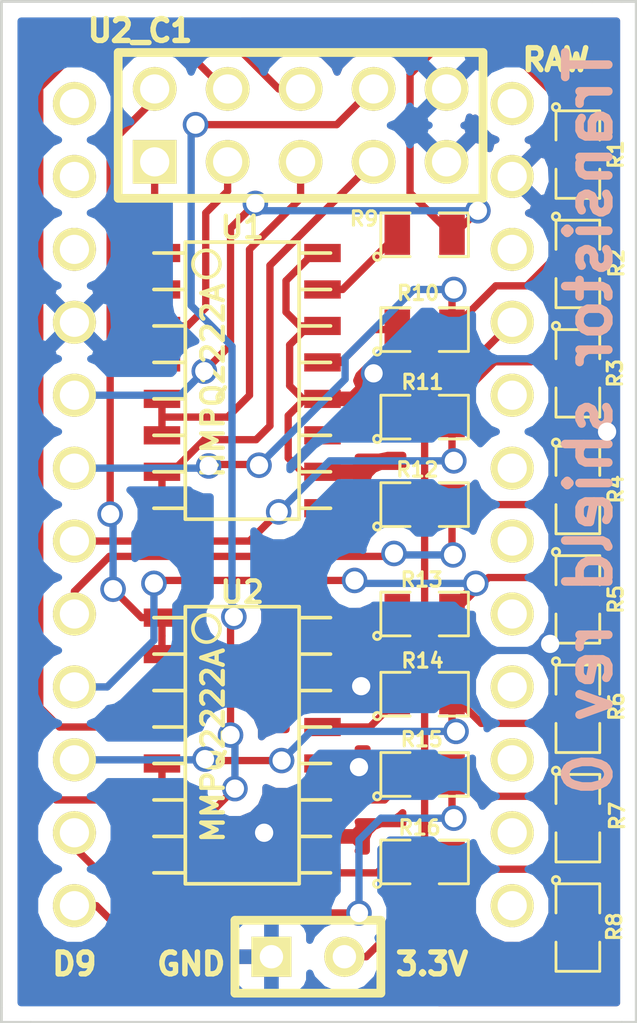
<source format=kicad_pcb>
(kicad_pcb (version 3) (host pcbnew "(2013-07-07 BZR 4022)-stable")

  (general
    (links 61)
    (no_connects 0)
    (area 359.928934 219.71 396.563 255.574001)
    (thickness 1.6)
    (drawings 16)
    (tracks 256)
    (zones 0)
    (modules 21)
    (nets 27)
  )

  (page A3)
  (title_block 
    (title "Arduino Pro mini transistor shield")
    (rev 0)
  )

  (layers
    (15 F.Cu signal hide)
    (0 B.Cu signal hide)
    (16 B.Adhes user)
    (17 F.Adhes user)
    (18 B.Paste user)
    (19 F.Paste user)
    (20 B.SilkS user)
    (21 F.SilkS user)
    (22 B.Mask user)
    (23 F.Mask user)
    (24 Dwgs.User user)
    (25 Cmts.User user)
    (26 Eco1.User user)
    (27 Eco2.User user)
    (28 Edge.Cuts user)
  )

  (setup
    (last_trace_width 0.254)
    (trace_clearance 0.1524)
    (zone_clearance 0.508)
    (zone_45_only no)
    (trace_min 0.254)
    (segment_width 0.2)
    (edge_width 0.1)
    (via_size 0.889)
    (via_drill 0.635)
    (via_min_size 0.889)
    (via_min_drill 0.508)
    (uvia_size 0.508)
    (uvia_drill 0.127)
    (uvias_allowed no)
    (uvia_min_size 0.508)
    (uvia_min_drill 0.127)
    (pcb_text_width 0.3)
    (pcb_text_size 1.5 1.5)
    (mod_edge_width 0.15)
    (mod_text_size 1 1)
    (mod_text_width 0.15)
    (pad_size 1.5 1.5)
    (pad_drill 1.016)
    (pad_to_mask_clearance 0)
    (aux_axis_origin 0 0)
    (visible_elements 7FFFFFFF)
    (pcbplotparams
      (layerselection 284196865)
      (usegerberextensions true)
      (excludeedgelayer true)
      (linewidth 0.150000)
      (plotframeref false)
      (viasonmask false)
      (mode 1)
      (useauxorigin false)
      (hpglpennumber 1)
      (hpglpenspeed 20)
      (hpglpendiameter 15)
      (hpglpenoverlay 2)
      (psnegative false)
      (psa4output false)
      (plotreference true)
      (plotvalue true)
      (plotothertext true)
      (plotinvisibletext false)
      (padsonsilk false)
      (subtractmaskfromsilk false)
      (outputformat 1)
      (mirror false)
      (drillshape 0)
      (scaleselection 1)
      (outputdirectory Gerbers/))
  )

  (net 0 "")
  (net 1 /D2)
  (net 2 /D3)
  (net 3 /D4)
  (net 4 /D5)
  (net 5 /D6)
  (net 6 /D7)
  (net 7 /D8)
  (net 8 /D9)
  (net 9 /U1_B1)
  (net 10 /U1_B2)
  (net 11 /U1_B3)
  (net 12 /U1_B4)
  (net 13 /U2_B1)
  (net 14 /U2_B2)
  (net 15 /U2_B3)
  (net 16 /U2_B4)
  (net 17 3V3)
  (net 18 GND)
  (net 19 U1_C1)
  (net 20 U1_C2)
  (net 21 U1_C3)
  (net 22 U1_C4)
  (net 23 U2_C1)
  (net 24 U2_C2)
  (net 25 U2_C3)
  (net 26 U2_C4)

  (net_class Default "This is the default net class."
    (clearance 0.1524)
    (trace_width 0.254)
    (via_dia 0.889)
    (via_drill 0.635)
    (uvia_dia 0.508)
    (uvia_drill 0.127)
    (add_net "")
    (add_net /D2)
    (add_net /D3)
    (add_net /D4)
    (add_net /D5)
    (add_net /D6)
    (add_net /D7)
    (add_net /D8)
    (add_net /D9)
    (add_net /U1_B1)
    (add_net /U1_B2)
    (add_net /U1_B3)
    (add_net /U1_B4)
    (add_net /U2_B1)
    (add_net /U2_B2)
    (add_net /U2_B3)
    (add_net /U2_B4)
    (add_net 3V3)
    (add_net GND)
    (add_net U1_C1)
    (add_net U1_C2)
    (add_net U1_C3)
    (add_net U1_C4)
    (add_net U2_C1)
    (add_net U2_C2)
    (add_net U2_C3)
    (add_net U2_C4)
  )

  (module so-16 (layer F.Cu) (tedit 54557726) (tstamp 54556987)
    (at 371.348 233.172 270)
    (descr SO-16)
    (path /5455574C)
    (attr smd)
    (fp_text reference U1 (at -5.334 0 360) (layer F.SilkS)
      (effects (font (size 0.7493 0.7493) (thickness 0.14986)))
    )
    (fp_text value MMPQ2222A (at 0 1.016 270) (layer F.SilkS)
      (effects (font (size 0.7493 0.7493) (thickness 0.14986)))
    )
    (fp_line (start -1.905 -1.9812) (end -1.905 -3.0734) (layer F.SilkS) (width 0.127))
    (fp_line (start -0.635 -1.9812) (end -0.635 -3.0734) (layer F.SilkS) (width 0.127))
    (fp_line (start 0.635 -1.9812) (end 0.635 -3.0734) (layer F.SilkS) (width 0.127))
    (fp_line (start -3.175 -1.9812) (end -3.175 -3.0734) (layer F.SilkS) (width 0.127))
    (fp_line (start -4.445 -3.0734) (end -4.445 -1.9812) (layer F.SilkS) (width 0.127))
    (fp_line (start 1.905 -3.0734) (end 1.905 -1.9812) (layer F.SilkS) (width 0.127))
    (fp_line (start 3.175 -3.0734) (end 3.175 -1.9812) (layer F.SilkS) (width 0.127))
    (fp_line (start 4.445 -3.0734) (end 4.445 -1.9812) (layer F.SilkS) (width 0.127))
    (fp_line (start 4.445 1.9812) (end 4.445 3.0734) (layer F.SilkS) (width 0.127))
    (fp_line (start 3.175 1.9812) (end 3.175 3.0734) (layer F.SilkS) (width 0.127))
    (fp_line (start 1.905 1.9812) (end 1.905 3.0734) (layer F.SilkS) (width 0.127))
    (fp_line (start -4.445 1.9812) (end -4.445 3.0734) (layer F.SilkS) (width 0.127))
    (fp_line (start -3.175 3.0734) (end -3.175 1.9812) (layer F.SilkS) (width 0.127))
    (fp_line (start 0.635 3.0734) (end 0.635 1.9812) (layer F.SilkS) (width 0.127))
    (fp_line (start -0.635 3.0734) (end -0.635 1.9812) (layer F.SilkS) (width 0.127))
    (fp_line (start -1.905 3.0734) (end -1.905 1.9812) (layer F.SilkS) (width 0.127))
    (fp_circle (center -4.064 1.2446) (end -4.3434 1.6256) (layer F.SilkS) (width 0.127))
    (fp_line (start -4.826 -1.9812) (end -4.826 1.9812) (layer F.SilkS) (width 0.127))
    (fp_line (start -4.826 1.9812) (end 4.826 1.9812) (layer F.SilkS) (width 0.127))
    (fp_line (start 4.826 1.9812) (end 4.826 -1.9812) (layer F.SilkS) (width 0.127))
    (fp_line (start 4.826 -1.9812) (end -4.826 -1.9812) (layer F.SilkS) (width 0.127))
    (pad 1 smd rect (at -4.445 2.794 270) (size 0.635 1.27)
      (layers F.Cu F.Paste F.Mask)
      (net 19 U1_C1)
    )
    (pad 2 smd rect (at -3.175 2.794 270) (size 0.635 1.27)
      (layers F.Cu F.Paste F.Mask)
      (net 19 U1_C1)
    )
    (pad 3 smd rect (at -1.905 2.794 270) (size 0.635 1.27)
      (layers F.Cu F.Paste F.Mask)
      (net 20 U1_C2)
    )
    (pad 4 smd rect (at -0.635 2.794 270) (size 0.635 1.27)
      (layers F.Cu F.Paste F.Mask)
      (net 20 U1_C2)
    )
    (pad 5 smd rect (at 0.635 2.794 270) (size 0.635 1.27)
      (layers F.Cu F.Paste F.Mask)
      (net 21 U1_C3)
    )
    (pad 6 smd rect (at 1.905 2.794 270) (size 0.635 1.27)
      (layers F.Cu F.Paste F.Mask)
      (net 21 U1_C3)
    )
    (pad 7 smd rect (at 3.175 2.794 270) (size 0.635 1.27)
      (layers F.Cu F.Paste F.Mask)
      (net 22 U1_C4)
    )
    (pad 8 smd rect (at 4.445 2.794 270) (size 0.635 1.27)
      (layers F.Cu F.Paste F.Mask)
      (net 22 U1_C4)
    )
    (pad 9 smd rect (at 4.445 -2.794 270) (size 0.635 1.27)
      (layers F.Cu F.Paste F.Mask)
      (net 12 /U1_B4)
    )
    (pad 10 smd rect (at 3.175 -2.794 270) (size 0.635 1.27)
      (layers F.Cu F.Paste F.Mask)
      (net 18 GND)
    )
    (pad 11 smd rect (at 1.905 -2.794 270) (size 0.635 1.27)
      (layers F.Cu F.Paste F.Mask)
      (net 11 /U1_B3)
    )
    (pad 12 smd rect (at 0.635 -2.794 270) (size 0.635 1.27)
      (layers F.Cu F.Paste F.Mask)
      (net 18 GND)
    )
    (pad 13 smd rect (at -0.635 -2.794 270) (size 0.635 1.27)
      (layers F.Cu F.Paste F.Mask)
      (net 10 /U1_B2)
    )
    (pad 14 smd rect (at -1.905 -2.794 270) (size 0.635 1.27)
      (layers F.Cu F.Paste F.Mask)
      (net 18 GND)
    )
    (pad 15 smd rect (at -3.175 -2.794 270) (size 0.635 1.27)
      (layers F.Cu F.Paste F.Mask)
      (net 9 /U1_B1)
    )
    (pad 16 smd rect (at -4.445 -2.794 270) (size 0.635 1.27)
      (layers F.Cu F.Paste F.Mask)
      (net 18 GND)
    )
    (model smd/smd_dil/so-16.wrl
      (at (xyz 0 0 0))
      (scale (xyz 1 1 1))
      (rotate (xyz 0 0 0))
    )
  )

  (module so-16 (layer F.Cu) (tedit 5455772D) (tstamp 545569B0)
    (at 371.348 245.872 270)
    (descr SO-16)
    (path /5455575C)
    (attr smd)
    (fp_text reference U2 (at -5.334 0 360) (layer F.SilkS)
      (effects (font (size 0.7493 0.7493) (thickness 0.14986)))
    )
    (fp_text value MMPQ2222A (at 0 1.016 270) (layer F.SilkS)
      (effects (font (size 0.7493 0.7493) (thickness 0.14986)))
    )
    (fp_line (start -1.905 -1.9812) (end -1.905 -3.0734) (layer F.SilkS) (width 0.127))
    (fp_line (start -0.635 -1.9812) (end -0.635 -3.0734) (layer F.SilkS) (width 0.127))
    (fp_line (start 0.635 -1.9812) (end 0.635 -3.0734) (layer F.SilkS) (width 0.127))
    (fp_line (start -3.175 -1.9812) (end -3.175 -3.0734) (layer F.SilkS) (width 0.127))
    (fp_line (start -4.445 -3.0734) (end -4.445 -1.9812) (layer F.SilkS) (width 0.127))
    (fp_line (start 1.905 -3.0734) (end 1.905 -1.9812) (layer F.SilkS) (width 0.127))
    (fp_line (start 3.175 -3.0734) (end 3.175 -1.9812) (layer F.SilkS) (width 0.127))
    (fp_line (start 4.445 -3.0734) (end 4.445 -1.9812) (layer F.SilkS) (width 0.127))
    (fp_line (start 4.445 1.9812) (end 4.445 3.0734) (layer F.SilkS) (width 0.127))
    (fp_line (start 3.175 1.9812) (end 3.175 3.0734) (layer F.SilkS) (width 0.127))
    (fp_line (start 1.905 1.9812) (end 1.905 3.0734) (layer F.SilkS) (width 0.127))
    (fp_line (start -4.445 1.9812) (end -4.445 3.0734) (layer F.SilkS) (width 0.127))
    (fp_line (start -3.175 3.0734) (end -3.175 1.9812) (layer F.SilkS) (width 0.127))
    (fp_line (start 0.635 3.0734) (end 0.635 1.9812) (layer F.SilkS) (width 0.127))
    (fp_line (start -0.635 3.0734) (end -0.635 1.9812) (layer F.SilkS) (width 0.127))
    (fp_line (start -1.905 3.0734) (end -1.905 1.9812) (layer F.SilkS) (width 0.127))
    (fp_circle (center -4.064 1.2446) (end -4.3434 1.6256) (layer F.SilkS) (width 0.127))
    (fp_line (start -4.826 -1.9812) (end -4.826 1.9812) (layer F.SilkS) (width 0.127))
    (fp_line (start -4.826 1.9812) (end 4.826 1.9812) (layer F.SilkS) (width 0.127))
    (fp_line (start 4.826 1.9812) (end 4.826 -1.9812) (layer F.SilkS) (width 0.127))
    (fp_line (start 4.826 -1.9812) (end -4.826 -1.9812) (layer F.SilkS) (width 0.127))
    (pad 1 smd rect (at -4.445 2.794 270) (size 0.635 1.27)
      (layers F.Cu F.Paste F.Mask)
      (net 23 U2_C1)
    )
    (pad 2 smd rect (at -3.175 2.794 270) (size 0.635 1.27)
      (layers F.Cu F.Paste F.Mask)
      (net 23 U2_C1)
    )
    (pad 3 smd rect (at -1.905 2.794 270) (size 0.635 1.27)
      (layers F.Cu F.Paste F.Mask)
      (net 24 U2_C2)
    )
    (pad 4 smd rect (at -0.635 2.794 270) (size 0.635 1.27)
      (layers F.Cu F.Paste F.Mask)
      (net 24 U2_C2)
    )
    (pad 5 smd rect (at 0.635 2.794 270) (size 0.635 1.27)
      (layers F.Cu F.Paste F.Mask)
      (net 25 U2_C3)
    )
    (pad 6 smd rect (at 1.905 2.794 270) (size 0.635 1.27)
      (layers F.Cu F.Paste F.Mask)
      (net 25 U2_C3)
    )
    (pad 7 smd rect (at 3.175 2.794 270) (size 0.635 1.27)
      (layers F.Cu F.Paste F.Mask)
      (net 26 U2_C4)
    )
    (pad 8 smd rect (at 4.445 2.794 270) (size 0.635 1.27)
      (layers F.Cu F.Paste F.Mask)
      (net 26 U2_C4)
    )
    (pad 9 smd rect (at 4.445 -2.794 270) (size 0.635 1.27)
      (layers F.Cu F.Paste F.Mask)
      (net 16 /U2_B4)
    )
    (pad 10 smd rect (at 3.175 -2.794 270) (size 0.635 1.27)
      (layers F.Cu F.Paste F.Mask)
      (net 18 GND)
    )
    (pad 11 smd rect (at 1.905 -2.794 270) (size 0.635 1.27)
      (layers F.Cu F.Paste F.Mask)
      (net 15 /U2_B3)
    )
    (pad 12 smd rect (at 0.635 -2.794 270) (size 0.635 1.27)
      (layers F.Cu F.Paste F.Mask)
      (net 18 GND)
    )
    (pad 13 smd rect (at -0.635 -2.794 270) (size 0.635 1.27)
      (layers F.Cu F.Paste F.Mask)
      (net 14 /U2_B2)
    )
    (pad 14 smd rect (at -1.905 -2.794 270) (size 0.635 1.27)
      (layers F.Cu F.Paste F.Mask)
      (net 18 GND)
    )
    (pad 15 smd rect (at -3.175 -2.794 270) (size 0.635 1.27)
      (layers F.Cu F.Paste F.Mask)
      (net 13 /U2_B1)
    )
    (pad 16 smd rect (at -4.445 -2.794 270) (size 0.635 1.27)
      (layers F.Cu F.Paste F.Mask)
      (net 18 GND)
    )
    (model smd/smd_dil/so-16.wrl
      (at (xyz 0 0 0))
      (scale (xyz 1 1 1))
      (rotate (xyz 0 0 0))
    )
  )

  (module SM0805 (layer F.Cu) (tedit 54559FF7) (tstamp 545569BD)
    (at 383.032 248.412 270)
    (path /54555921)
    (attr smd)
    (fp_text reference R7 (at -0.0762 -1.3716 270) (layer F.SilkS)
      (effects (font (size 0.50038 0.50038) (thickness 0.10922)))
    )
    (fp_text value 10K (at 0 0.381 270) (layer F.SilkS) hide
      (effects (font (size 0.50038 0.50038) (thickness 0.10922)))
    )
    (fp_circle (center -1.651 0.762) (end -1.651 0.635) (layer F.SilkS) (width 0.09906))
    (fp_line (start -0.508 0.762) (end -1.524 0.762) (layer F.SilkS) (width 0.09906))
    (fp_line (start -1.524 0.762) (end -1.524 -0.762) (layer F.SilkS) (width 0.09906))
    (fp_line (start -1.524 -0.762) (end -0.508 -0.762) (layer F.SilkS) (width 0.09906))
    (fp_line (start 0.508 -0.762) (end 1.524 -0.762) (layer F.SilkS) (width 0.09906))
    (fp_line (start 1.524 -0.762) (end 1.524 0.762) (layer F.SilkS) (width 0.09906))
    (fp_line (start 1.524 0.762) (end 0.508 0.762) (layer F.SilkS) (width 0.09906))
    (pad 1 smd rect (at -0.9525 0 270) (size 0.889 1.397)
      (layers F.Cu F.Paste F.Mask)
      (net 7 /D8)
    )
    (pad 2 smd rect (at 0.9525 0 270) (size 0.889 1.397)
      (layers F.Cu F.Paste F.Mask)
      (net 18 GND)
    )
    (model smd/chip_cms.wrl
      (at (xyz 0 0 0))
      (scale (xyz 0.1 0.1 0.1))
      (rotate (xyz 0 0 0))
    )
  )

  (module SM0805 (layer F.Cu) (tedit 54559FE8) (tstamp 545569CA)
    (at 377.698 249.936)
    (path /54555BC5)
    (attr smd)
    (fp_text reference R16 (at -0.1778 -1.1938) (layer F.SilkS)
      (effects (font (size 0.50038 0.50038) (thickness 0.10922)))
    )
    (fp_text value 1K (at 0 0.381) (layer F.SilkS) hide
      (effects (font (size 0.50038 0.50038) (thickness 0.10922)))
    )
    (fp_circle (center -1.651 0.762) (end -1.651 0.635) (layer F.SilkS) (width 0.09906))
    (fp_line (start -0.508 0.762) (end -1.524 0.762) (layer F.SilkS) (width 0.09906))
    (fp_line (start -1.524 0.762) (end -1.524 -0.762) (layer F.SilkS) (width 0.09906))
    (fp_line (start -1.524 -0.762) (end -0.508 -0.762) (layer F.SilkS) (width 0.09906))
    (fp_line (start 0.508 -0.762) (end 1.524 -0.762) (layer F.SilkS) (width 0.09906))
    (fp_line (start 1.524 -0.762) (end 1.524 0.762) (layer F.SilkS) (width 0.09906))
    (fp_line (start 1.524 0.762) (end 0.508 0.762) (layer F.SilkS) (width 0.09906))
    (pad 1 smd rect (at -0.9525 0) (size 0.889 1.397)
      (layers F.Cu F.Paste F.Mask)
      (net 16 /U2_B4)
    )
    (pad 2 smd rect (at 0.9525 0) (size 0.889 1.397)
      (layers F.Cu F.Paste F.Mask)
      (net 8 /D9)
    )
    (model smd/chip_cms.wrl
      (at (xyz 0 0 0))
      (scale (xyz 0.1 0.1 0.1))
      (rotate (xyz 0 0 0))
    )
  )

  (module SM0805 (layer F.Cu) (tedit 54559FDF) (tstamp 545569D7)
    (at 377.698 246.888)
    (path /54555BBF)
    (attr smd)
    (fp_text reference R15 (at -0.1016 -1.2192) (layer F.SilkS)
      (effects (font (size 0.50038 0.50038) (thickness 0.10922)))
    )
    (fp_text value 1K (at 0 0.381) (layer F.SilkS) hide
      (effects (font (size 0.50038 0.50038) (thickness 0.10922)))
    )
    (fp_circle (center -1.651 0.762) (end -1.651 0.635) (layer F.SilkS) (width 0.09906))
    (fp_line (start -0.508 0.762) (end -1.524 0.762) (layer F.SilkS) (width 0.09906))
    (fp_line (start -1.524 0.762) (end -1.524 -0.762) (layer F.SilkS) (width 0.09906))
    (fp_line (start -1.524 -0.762) (end -0.508 -0.762) (layer F.SilkS) (width 0.09906))
    (fp_line (start 0.508 -0.762) (end 1.524 -0.762) (layer F.SilkS) (width 0.09906))
    (fp_line (start 1.524 -0.762) (end 1.524 0.762) (layer F.SilkS) (width 0.09906))
    (fp_line (start 1.524 0.762) (end 0.508 0.762) (layer F.SilkS) (width 0.09906))
    (pad 1 smd rect (at -0.9525 0) (size 0.889 1.397)
      (layers F.Cu F.Paste F.Mask)
      (net 15 /U2_B3)
    )
    (pad 2 smd rect (at 0.9525 0) (size 0.889 1.397)
      (layers F.Cu F.Paste F.Mask)
      (net 7 /D8)
    )
    (model smd/chip_cms.wrl
      (at (xyz 0 0 0))
      (scale (xyz 0.1 0.1 0.1))
      (rotate (xyz 0 0 0))
    )
  )

  (module SM0805 (layer F.Cu) (tedit 54559FD2) (tstamp 545569E4)
    (at 377.698 244.094)
    (path /54555BB1)
    (attr smd)
    (fp_text reference R14 (at -0.0762 -1.1684) (layer F.SilkS)
      (effects (font (size 0.50038 0.50038) (thickness 0.10922)))
    )
    (fp_text value 1K (at 0 0.381) (layer F.SilkS) hide
      (effects (font (size 0.50038 0.50038) (thickness 0.10922)))
    )
    (fp_circle (center -1.651 0.762) (end -1.651 0.635) (layer F.SilkS) (width 0.09906))
    (fp_line (start -0.508 0.762) (end -1.524 0.762) (layer F.SilkS) (width 0.09906))
    (fp_line (start -1.524 0.762) (end -1.524 -0.762) (layer F.SilkS) (width 0.09906))
    (fp_line (start -1.524 -0.762) (end -0.508 -0.762) (layer F.SilkS) (width 0.09906))
    (fp_line (start 0.508 -0.762) (end 1.524 -0.762) (layer F.SilkS) (width 0.09906))
    (fp_line (start 1.524 -0.762) (end 1.524 0.762) (layer F.SilkS) (width 0.09906))
    (fp_line (start 1.524 0.762) (end 0.508 0.762) (layer F.SilkS) (width 0.09906))
    (pad 1 smd rect (at -0.9525 0) (size 0.889 1.397)
      (layers F.Cu F.Paste F.Mask)
      (net 14 /U2_B2)
    )
    (pad 2 smd rect (at 0.9525 0) (size 0.889 1.397)
      (layers F.Cu F.Paste F.Mask)
      (net 6 /D7)
    )
    (model smd/chip_cms.wrl
      (at (xyz 0 0 0))
      (scale (xyz 0.1 0.1 0.1))
      (rotate (xyz 0 0 0))
    )
  )

  (module SM0805 (layer F.Cu) (tedit 54559FCB) (tstamp 545569F1)
    (at 377.698 241.3)
    (path /54555BA0)
    (attr smd)
    (fp_text reference R13 (at -0.1016 -1.1938) (layer F.SilkS)
      (effects (font (size 0.50038 0.50038) (thickness 0.10922)))
    )
    (fp_text value 1K (at 0 0.381) (layer F.SilkS) hide
      (effects (font (size 0.50038 0.50038) (thickness 0.10922)))
    )
    (fp_circle (center -1.651 0.762) (end -1.651 0.635) (layer F.SilkS) (width 0.09906))
    (fp_line (start -0.508 0.762) (end -1.524 0.762) (layer F.SilkS) (width 0.09906))
    (fp_line (start -1.524 0.762) (end -1.524 -0.762) (layer F.SilkS) (width 0.09906))
    (fp_line (start -1.524 -0.762) (end -0.508 -0.762) (layer F.SilkS) (width 0.09906))
    (fp_line (start 0.508 -0.762) (end 1.524 -0.762) (layer F.SilkS) (width 0.09906))
    (fp_line (start 1.524 -0.762) (end 1.524 0.762) (layer F.SilkS) (width 0.09906))
    (fp_line (start 1.524 0.762) (end 0.508 0.762) (layer F.SilkS) (width 0.09906))
    (pad 1 smd rect (at -0.9525 0) (size 0.889 1.397)
      (layers F.Cu F.Paste F.Mask)
      (net 13 /U2_B1)
    )
    (pad 2 smd rect (at 0.9525 0) (size 0.889 1.397)
      (layers F.Cu F.Paste F.Mask)
      (net 5 /D6)
    )
    (model smd/chip_cms.wrl
      (at (xyz 0 0 0))
      (scale (xyz 0.1 0.1 0.1))
      (rotate (xyz 0 0 0))
    )
  )

  (module SM0805 (layer F.Cu) (tedit 54559FC0) (tstamp 545569FE)
    (at 377.698 237.49)
    (path /54555B93)
    (attr smd)
    (fp_text reference R12 (at -0.254 -1.2192) (layer F.SilkS)
      (effects (font (size 0.50038 0.50038) (thickness 0.10922)))
    )
    (fp_text value 1K (at 0 0.381) (layer F.SilkS) hide
      (effects (font (size 0.50038 0.50038) (thickness 0.10922)))
    )
    (fp_circle (center -1.651 0.762) (end -1.651 0.635) (layer F.SilkS) (width 0.09906))
    (fp_line (start -0.508 0.762) (end -1.524 0.762) (layer F.SilkS) (width 0.09906))
    (fp_line (start -1.524 0.762) (end -1.524 -0.762) (layer F.SilkS) (width 0.09906))
    (fp_line (start -1.524 -0.762) (end -0.508 -0.762) (layer F.SilkS) (width 0.09906))
    (fp_line (start 0.508 -0.762) (end 1.524 -0.762) (layer F.SilkS) (width 0.09906))
    (fp_line (start 1.524 -0.762) (end 1.524 0.762) (layer F.SilkS) (width 0.09906))
    (fp_line (start 1.524 0.762) (end 0.508 0.762) (layer F.SilkS) (width 0.09906))
    (pad 1 smd rect (at -0.9525 0) (size 0.889 1.397)
      (layers F.Cu F.Paste F.Mask)
      (net 12 /U1_B4)
    )
    (pad 2 smd rect (at 0.9525 0) (size 0.889 1.397)
      (layers F.Cu F.Paste F.Mask)
      (net 4 /D5)
    )
    (model smd/chip_cms.wrl
      (at (xyz 0 0 0))
      (scale (xyz 0.1 0.1 0.1))
      (rotate (xyz 0 0 0))
    )
  )

  (module SM0805 (layer F.Cu) (tedit 54559FB6) (tstamp 54556A0B)
    (at 377.698 234.442)
    (path /54555B84)
    (attr smd)
    (fp_text reference R11 (at -0.0762 -1.2192) (layer F.SilkS)
      (effects (font (size 0.50038 0.50038) (thickness 0.10922)))
    )
    (fp_text value 1K (at 0 0.381) (layer F.SilkS) hide
      (effects (font (size 0.50038 0.50038) (thickness 0.10922)))
    )
    (fp_circle (center -1.651 0.762) (end -1.651 0.635) (layer F.SilkS) (width 0.09906))
    (fp_line (start -0.508 0.762) (end -1.524 0.762) (layer F.SilkS) (width 0.09906))
    (fp_line (start -1.524 0.762) (end -1.524 -0.762) (layer F.SilkS) (width 0.09906))
    (fp_line (start -1.524 -0.762) (end -0.508 -0.762) (layer F.SilkS) (width 0.09906))
    (fp_line (start 0.508 -0.762) (end 1.524 -0.762) (layer F.SilkS) (width 0.09906))
    (fp_line (start 1.524 -0.762) (end 1.524 0.762) (layer F.SilkS) (width 0.09906))
    (fp_line (start 1.524 0.762) (end 0.508 0.762) (layer F.SilkS) (width 0.09906))
    (pad 1 smd rect (at -0.9525 0) (size 0.889 1.397)
      (layers F.Cu F.Paste F.Mask)
      (net 11 /U1_B3)
    )
    (pad 2 smd rect (at 0.9525 0) (size 0.889 1.397)
      (layers F.Cu F.Paste F.Mask)
      (net 3 /D4)
    )
    (model smd/chip_cms.wrl
      (at (xyz 0 0 0))
      (scale (xyz 0.1 0.1 0.1))
      (rotate (xyz 0 0 0))
    )
  )

  (module SM0805 (layer F.Cu) (tedit 5455A03A) (tstamp 54556A18)
    (at 377.698 231.394)
    (path /54555B6B)
    (attr smd)
    (fp_text reference R10 (at -0.2286 -1.27) (layer F.SilkS)
      (effects (font (size 0.50038 0.50038) (thickness 0.10922)))
    )
    (fp_text value 1K (at 0 0.381) (layer F.SilkS) hide
      (effects (font (size 0.50038 0.50038) (thickness 0.10922)))
    )
    (fp_circle (center -1.651 0.762) (end -1.651 0.635) (layer F.SilkS) (width 0.09906))
    (fp_line (start -0.508 0.762) (end -1.524 0.762) (layer F.SilkS) (width 0.09906))
    (fp_line (start -1.524 0.762) (end -1.524 -0.762) (layer F.SilkS) (width 0.09906))
    (fp_line (start -1.524 -0.762) (end -0.508 -0.762) (layer F.SilkS) (width 0.09906))
    (fp_line (start 0.508 -0.762) (end 1.524 -0.762) (layer F.SilkS) (width 0.09906))
    (fp_line (start 1.524 -0.762) (end 1.524 0.762) (layer F.SilkS) (width 0.09906))
    (fp_line (start 1.524 0.762) (end 0.508 0.762) (layer F.SilkS) (width 0.09906))
    (pad 1 smd rect (at -0.9525 0) (size 0.889 1.397)
      (layers F.Cu F.Paste F.Mask)
      (net 10 /U1_B2)
    )
    (pad 2 smd rect (at 0.9525 0) (size 0.889 1.397)
      (layers F.Cu F.Paste F.Mask)
      (net 2 /D3)
    )
    (model smd/chip_cms.wrl
      (at (xyz 0 0 0))
      (scale (xyz 0.1 0.1 0.1))
      (rotate (xyz 0 0 0))
    )
  )

  (module SM0805 (layer F.Cu) (tedit 54559FB0) (tstamp 54556A25)
    (at 377.698 228.092)
    (path /54555B59)
    (attr smd)
    (fp_text reference R9 (at -2.1082 -0.5588) (layer F.SilkS)
      (effects (font (size 0.50038 0.50038) (thickness 0.10922)))
    )
    (fp_text value 1K (at 0 0.381) (layer F.SilkS) hide
      (effects (font (size 0.50038 0.50038) (thickness 0.10922)))
    )
    (fp_circle (center -1.651 0.762) (end -1.651 0.635) (layer F.SilkS) (width 0.09906))
    (fp_line (start -0.508 0.762) (end -1.524 0.762) (layer F.SilkS) (width 0.09906))
    (fp_line (start -1.524 0.762) (end -1.524 -0.762) (layer F.SilkS) (width 0.09906))
    (fp_line (start -1.524 -0.762) (end -0.508 -0.762) (layer F.SilkS) (width 0.09906))
    (fp_line (start 0.508 -0.762) (end 1.524 -0.762) (layer F.SilkS) (width 0.09906))
    (fp_line (start 1.524 -0.762) (end 1.524 0.762) (layer F.SilkS) (width 0.09906))
    (fp_line (start 1.524 0.762) (end 0.508 0.762) (layer F.SilkS) (width 0.09906))
    (pad 1 smd rect (at -0.9525 0) (size 0.889 1.397)
      (layers F.Cu F.Paste F.Mask)
      (net 9 /U1_B1)
    )
    (pad 2 smd rect (at 0.9525 0) (size 0.889 1.397)
      (layers F.Cu F.Paste F.Mask)
      (net 1 /D2)
    )
    (model smd/chip_cms.wrl
      (at (xyz 0 0 0))
      (scale (xyz 0.1 0.1 0.1))
      (rotate (xyz 0 0 0))
    )
  )

  (module SM0805 (layer F.Cu) (tedit 54559FF0) (tstamp 54556A32)
    (at 383.032 252.222 270)
    (path /54555A27)
    (attr smd)
    (fp_text reference R8 (at -0.0254 -1.27 270) (layer F.SilkS)
      (effects (font (size 0.50038 0.50038) (thickness 0.10922)))
    )
    (fp_text value 10K (at 0 0.381 270) (layer F.SilkS) hide
      (effects (font (size 0.50038 0.50038) (thickness 0.10922)))
    )
    (fp_circle (center -1.651 0.762) (end -1.651 0.635) (layer F.SilkS) (width 0.09906))
    (fp_line (start -0.508 0.762) (end -1.524 0.762) (layer F.SilkS) (width 0.09906))
    (fp_line (start -1.524 0.762) (end -1.524 -0.762) (layer F.SilkS) (width 0.09906))
    (fp_line (start -1.524 -0.762) (end -0.508 -0.762) (layer F.SilkS) (width 0.09906))
    (fp_line (start 0.508 -0.762) (end 1.524 -0.762) (layer F.SilkS) (width 0.09906))
    (fp_line (start 1.524 -0.762) (end 1.524 0.762) (layer F.SilkS) (width 0.09906))
    (fp_line (start 1.524 0.762) (end 0.508 0.762) (layer F.SilkS) (width 0.09906))
    (pad 1 smd rect (at -0.9525 0 270) (size 0.889 1.397)
      (layers F.Cu F.Paste F.Mask)
      (net 8 /D9)
    )
    (pad 2 smd rect (at 0.9525 0 270) (size 0.889 1.397)
      (layers F.Cu F.Paste F.Mask)
      (net 18 GND)
    )
    (model smd/chip_cms.wrl
      (at (xyz 0 0 0))
      (scale (xyz 0.1 0.1 0.1))
      (rotate (xyz 0 0 0))
    )
  )

  (module SM0805 (layer F.Cu) (tedit 5455A001) (tstamp 54556A3F)
    (at 383.032 244.602 270)
    (path /54555912)
    (attr smd)
    (fp_text reference R6 (at -0.0762 -1.3462 270) (layer F.SilkS)
      (effects (font (size 0.50038 0.50038) (thickness 0.10922)))
    )
    (fp_text value 10K (at 0 0.381 270) (layer F.SilkS) hide
      (effects (font (size 0.50038 0.50038) (thickness 0.10922)))
    )
    (fp_circle (center -1.651 0.762) (end -1.651 0.635) (layer F.SilkS) (width 0.09906))
    (fp_line (start -0.508 0.762) (end -1.524 0.762) (layer F.SilkS) (width 0.09906))
    (fp_line (start -1.524 0.762) (end -1.524 -0.762) (layer F.SilkS) (width 0.09906))
    (fp_line (start -1.524 -0.762) (end -0.508 -0.762) (layer F.SilkS) (width 0.09906))
    (fp_line (start 0.508 -0.762) (end 1.524 -0.762) (layer F.SilkS) (width 0.09906))
    (fp_line (start 1.524 -0.762) (end 1.524 0.762) (layer F.SilkS) (width 0.09906))
    (fp_line (start 1.524 0.762) (end 0.508 0.762) (layer F.SilkS) (width 0.09906))
    (pad 1 smd rect (at -0.9525 0 270) (size 0.889 1.397)
      (layers F.Cu F.Paste F.Mask)
      (net 6 /D7)
    )
    (pad 2 smd rect (at 0.9525 0 270) (size 0.889 1.397)
      (layers F.Cu F.Paste F.Mask)
      (net 18 GND)
    )
    (model smd/chip_cms.wrl
      (at (xyz 0 0 0))
      (scale (xyz 0.1 0.1 0.1))
      (rotate (xyz 0 0 0))
    )
  )

  (module SM0805 (layer F.Cu) (tedit 5455A00B) (tstamp 54556A4C)
    (at 383.032 240.792 270)
    (path /54555903)
    (attr smd)
    (fp_text reference R5 (at 0 -1.3208 270) (layer F.SilkS)
      (effects (font (size 0.50038 0.50038) (thickness 0.10922)))
    )
    (fp_text value 10K (at 0 0.381 270) (layer F.SilkS) hide
      (effects (font (size 0.50038 0.50038) (thickness 0.10922)))
    )
    (fp_circle (center -1.651 0.762) (end -1.651 0.635) (layer F.SilkS) (width 0.09906))
    (fp_line (start -0.508 0.762) (end -1.524 0.762) (layer F.SilkS) (width 0.09906))
    (fp_line (start -1.524 0.762) (end -1.524 -0.762) (layer F.SilkS) (width 0.09906))
    (fp_line (start -1.524 -0.762) (end -0.508 -0.762) (layer F.SilkS) (width 0.09906))
    (fp_line (start 0.508 -0.762) (end 1.524 -0.762) (layer F.SilkS) (width 0.09906))
    (fp_line (start 1.524 -0.762) (end 1.524 0.762) (layer F.SilkS) (width 0.09906))
    (fp_line (start 1.524 0.762) (end 0.508 0.762) (layer F.SilkS) (width 0.09906))
    (pad 1 smd rect (at -0.9525 0 270) (size 0.889 1.397)
      (layers F.Cu F.Paste F.Mask)
      (net 5 /D6)
    )
    (pad 2 smd rect (at 0.9525 0 270) (size 0.889 1.397)
      (layers F.Cu F.Paste F.Mask)
      (net 18 GND)
    )
    (model smd/chip_cms.wrl
      (at (xyz 0 0 0))
      (scale (xyz 0.1 0.1 0.1))
      (rotate (xyz 0 0 0))
    )
  )

  (module SM0805 (layer F.Cu) (tedit 5455A014) (tstamp 54556A59)
    (at 383.032 236.982 270)
    (path /545558D6)
    (attr smd)
    (fp_text reference R4 (at -0.0254 -1.3208 270) (layer F.SilkS)
      (effects (font (size 0.50038 0.50038) (thickness 0.10922)))
    )
    (fp_text value 10K (at 0 0.381 270) (layer F.SilkS) hide
      (effects (font (size 0.50038 0.50038) (thickness 0.10922)))
    )
    (fp_circle (center -1.651 0.762) (end -1.651 0.635) (layer F.SilkS) (width 0.09906))
    (fp_line (start -0.508 0.762) (end -1.524 0.762) (layer F.SilkS) (width 0.09906))
    (fp_line (start -1.524 0.762) (end -1.524 -0.762) (layer F.SilkS) (width 0.09906))
    (fp_line (start -1.524 -0.762) (end -0.508 -0.762) (layer F.SilkS) (width 0.09906))
    (fp_line (start 0.508 -0.762) (end 1.524 -0.762) (layer F.SilkS) (width 0.09906))
    (fp_line (start 1.524 -0.762) (end 1.524 0.762) (layer F.SilkS) (width 0.09906))
    (fp_line (start 1.524 0.762) (end 0.508 0.762) (layer F.SilkS) (width 0.09906))
    (pad 1 smd rect (at -0.9525 0 270) (size 0.889 1.397)
      (layers F.Cu F.Paste F.Mask)
      (net 4 /D5)
    )
    (pad 2 smd rect (at 0.9525 0 270) (size 0.889 1.397)
      (layers F.Cu F.Paste F.Mask)
      (net 18 GND)
    )
    (model smd/chip_cms.wrl
      (at (xyz 0 0 0))
      (scale (xyz 0.1 0.1 0.1))
      (rotate (xyz 0 0 0))
    )
  )

  (module SM0805 (layer F.Cu) (tedit 5455A020) (tstamp 54556A66)
    (at 383.032 232.918 270)
    (path /545558C7)
    (attr smd)
    (fp_text reference R3 (at 0 -1.2954 270) (layer F.SilkS)
      (effects (font (size 0.50038 0.50038) (thickness 0.10922)))
    )
    (fp_text value 10K (at 0 0.381 270) (layer F.SilkS) hide
      (effects (font (size 0.50038 0.50038) (thickness 0.10922)))
    )
    (fp_circle (center -1.651 0.762) (end -1.651 0.635) (layer F.SilkS) (width 0.09906))
    (fp_line (start -0.508 0.762) (end -1.524 0.762) (layer F.SilkS) (width 0.09906))
    (fp_line (start -1.524 0.762) (end -1.524 -0.762) (layer F.SilkS) (width 0.09906))
    (fp_line (start -1.524 -0.762) (end -0.508 -0.762) (layer F.SilkS) (width 0.09906))
    (fp_line (start 0.508 -0.762) (end 1.524 -0.762) (layer F.SilkS) (width 0.09906))
    (fp_line (start 1.524 -0.762) (end 1.524 0.762) (layer F.SilkS) (width 0.09906))
    (fp_line (start 1.524 0.762) (end 0.508 0.762) (layer F.SilkS) (width 0.09906))
    (pad 1 smd rect (at -0.9525 0 270) (size 0.889 1.397)
      (layers F.Cu F.Paste F.Mask)
      (net 3 /D4)
    )
    (pad 2 smd rect (at 0.9525 0 270) (size 0.889 1.397)
      (layers F.Cu F.Paste F.Mask)
      (net 18 GND)
    )
    (model smd/chip_cms.wrl
      (at (xyz 0 0 0))
      (scale (xyz 0.1 0.1 0.1))
      (rotate (xyz 0 0 0))
    )
  )

  (module SM0805 (layer F.Cu) (tedit 5455A029) (tstamp 54556A73)
    (at 383.032 229.108 270)
    (path /545558B8)
    (attr smd)
    (fp_text reference R2 (at -0.0254 -1.3462 270) (layer F.SilkS)
      (effects (font (size 0.50038 0.50038) (thickness 0.10922)))
    )
    (fp_text value 10K (at 0 0.381 270) (layer F.SilkS) hide
      (effects (font (size 0.50038 0.50038) (thickness 0.10922)))
    )
    (fp_circle (center -1.651 0.762) (end -1.651 0.635) (layer F.SilkS) (width 0.09906))
    (fp_line (start -0.508 0.762) (end -1.524 0.762) (layer F.SilkS) (width 0.09906))
    (fp_line (start -1.524 0.762) (end -1.524 -0.762) (layer F.SilkS) (width 0.09906))
    (fp_line (start -1.524 -0.762) (end -0.508 -0.762) (layer F.SilkS) (width 0.09906))
    (fp_line (start 0.508 -0.762) (end 1.524 -0.762) (layer F.SilkS) (width 0.09906))
    (fp_line (start 1.524 -0.762) (end 1.524 0.762) (layer F.SilkS) (width 0.09906))
    (fp_line (start 1.524 0.762) (end 0.508 0.762) (layer F.SilkS) (width 0.09906))
    (pad 1 smd rect (at -0.9525 0 270) (size 0.889 1.397)
      (layers F.Cu F.Paste F.Mask)
      (net 2 /D3)
    )
    (pad 2 smd rect (at 0.9525 0 270) (size 0.889 1.397)
      (layers F.Cu F.Paste F.Mask)
      (net 18 GND)
    )
    (model smd/chip_cms.wrl
      (at (xyz 0 0 0))
      (scale (xyz 0.1 0.1 0.1))
      (rotate (xyz 0 0 0))
    )
  )

  (module SM0805 (layer F.Cu) (tedit 5455A032) (tstamp 54556A80)
    (at 383.032 225.298 270)
    (path /545558A1)
    (attr smd)
    (fp_text reference R1 (at 0 -1.3208 270) (layer F.SilkS)
      (effects (font (size 0.50038 0.50038) (thickness 0.10922)))
    )
    (fp_text value 10K (at 0 0.381 270) (layer F.SilkS) hide
      (effects (font (size 0.50038 0.50038) (thickness 0.10922)))
    )
    (fp_circle (center -1.651 0.762) (end -1.651 0.635) (layer F.SilkS) (width 0.09906))
    (fp_line (start -0.508 0.762) (end -1.524 0.762) (layer F.SilkS) (width 0.09906))
    (fp_line (start -1.524 0.762) (end -1.524 -0.762) (layer F.SilkS) (width 0.09906))
    (fp_line (start -1.524 -0.762) (end -0.508 -0.762) (layer F.SilkS) (width 0.09906))
    (fp_line (start 0.508 -0.762) (end 1.524 -0.762) (layer F.SilkS) (width 0.09906))
    (fp_line (start 1.524 -0.762) (end 1.524 0.762) (layer F.SilkS) (width 0.09906))
    (fp_line (start 1.524 0.762) (end 0.508 0.762) (layer F.SilkS) (width 0.09906))
    (pad 1 smd rect (at -0.9525 0 270) (size 0.889 1.397)
      (layers F.Cu F.Paste F.Mask)
      (net 1 /D2)
    )
    (pad 2 smd rect (at 0.9525 0 270) (size 0.889 1.397)
      (layers F.Cu F.Paste F.Mask)
      (net 18 GND)
    )
    (model smd/chip_cms.wrl
      (at (xyz 0 0 0))
      (scale (xyz 0.1 0.1 0.1))
      (rotate (xyz 0 0 0))
    )
  )

  (module SIL-2 (layer F.Cu) (tedit 545576DC) (tstamp 54556A8A)
    (at 373.634 253.238)
    (descr "Connecteurs 2 pins")
    (tags "CONN DEV")
    (path /54556BF6)
    (fp_text reference P1 (at 5.08 0) (layer F.SilkS) hide
      (effects (font (size 1.72974 1.08712) (thickness 0.27178)))
    )
    (fp_text value CONN_2 (at 0 -2.54) (layer F.SilkS) hide
      (effects (font (size 1.524 1.016) (thickness 0.3048)))
    )
    (fp_line (start -2.54 1.27) (end -2.54 -1.27) (layer F.SilkS) (width 0.3048))
    (fp_line (start -2.54 -1.27) (end 2.54 -1.27) (layer F.SilkS) (width 0.3048))
    (fp_line (start 2.54 -1.27) (end 2.54 1.27) (layer F.SilkS) (width 0.3048))
    (fp_line (start 2.54 1.27) (end -2.54 1.27) (layer F.SilkS) (width 0.3048))
    (pad 1 thru_hole rect (at -1.27 0) (size 1.397 1.397) (drill 0.8128)
      (layers *.Cu *.Mask F.SilkS)
      (net 18 GND)
    )
    (pad 2 thru_hole circle (at 1.27 0) (size 1.397 1.397) (drill 0.8128)
      (layers *.Cu *.Mask F.SilkS)
      (net 17 3V3)
    )
  )

  (module PIN_ARRAY_5x2 (layer F.Cu) (tedit 545576E0) (tstamp 54556A9C)
    (at 373.38 224.282)
    (descr "Double rangee de contacts 2 x 5 pins")
    (tags CONN)
    (path /54556AA4)
    (fp_text reference P2 (at 0.635 -3.81) (layer F.SilkS) hide
      (effects (font (size 1.016 1.016) (thickness 0.2032)))
    )
    (fp_text value CONN_5X2 (at 0 -3.81) (layer F.SilkS) hide
      (effects (font (size 1.016 1.016) (thickness 0.2032)))
    )
    (fp_line (start -6.35 -2.54) (end 6.35 -2.54) (layer F.SilkS) (width 0.3048))
    (fp_line (start 6.35 -2.54) (end 6.35 2.54) (layer F.SilkS) (width 0.3048))
    (fp_line (start 6.35 2.54) (end -6.35 2.54) (layer F.SilkS) (width 0.3048))
    (fp_line (start -6.35 2.54) (end -6.35 -2.54) (layer F.SilkS) (width 0.3048))
    (pad 1 thru_hole rect (at -5.08 1.27) (size 1.524 1.524) (drill 1.016)
      (layers *.Cu *.Mask F.SilkS)
      (net 19 U1_C1)
    )
    (pad 2 thru_hole circle (at -5.08 -1.27) (size 1.524 1.524) (drill 1.016)
      (layers *.Cu *.Mask F.SilkS)
      (net 23 U2_C1)
    )
    (pad 3 thru_hole circle (at -2.54 1.27) (size 1.524 1.524) (drill 1.016)
      (layers *.Cu *.Mask F.SilkS)
      (net 20 U1_C2)
    )
    (pad 4 thru_hole circle (at -2.54 -1.27) (size 1.524 1.524) (drill 1.016)
      (layers *.Cu *.Mask F.SilkS)
      (net 24 U2_C2)
    )
    (pad 5 thru_hole circle (at 0 1.27) (size 1.524 1.524) (drill 1.016)
      (layers *.Cu *.Mask F.SilkS)
      (net 21 U1_C3)
    )
    (pad 6 thru_hole circle (at 0 -1.27) (size 1.524 1.524) (drill 1.016)
      (layers *.Cu *.Mask F.SilkS)
      (net 25 U2_C3)
    )
    (pad 7 thru_hole circle (at 2.54 1.27) (size 1.524 1.524) (drill 1.016)
      (layers *.Cu *.Mask F.SilkS)
      (net 22 U1_C4)
    )
    (pad 8 thru_hole circle (at 2.54 -1.27) (size 1.524 1.524) (drill 1.016)
      (layers *.Cu *.Mask F.SilkS)
      (net 26 U2_C4)
    )
    (pad 9 thru_hole circle (at 5.08 1.27) (size 1.524 1.524) (drill 1.016)
      (layers *.Cu *.Mask F.SilkS)
      (net 18 GND)
    )
    (pad 10 thru_hole circle (at 5.08 -1.27) (size 1.524 1.524) (drill 1.016)
      (layers *.Cu *.Mask F.SilkS)
      (net 18 GND)
    )
    (model pin_array/pins_array_5x2.wrl
      (at (xyz 0 0 0))
      (scale (xyz 1 1 1))
      (rotate (xyz 0 0 0))
    )
  )

  (module "Arduino Pro Mini" (layer F.Cu) (tedit 545575BF) (tstamp 545591C2)
    (at 365.506 251.46)
    (path /545575D6)
    (fp_text reference IC1 (at -3.683 -14.351) (layer F.SilkS) hide
      (effects (font (size 1 1) (thickness 0.15)))
    )
    (fp_text value ARDUINO_PRO_MINI_3V3 (at 6.096 -30.48) (layer F.SilkS) hide
      (effects (font (size 1 1) (thickness 0.15)))
    )
    (pad 13 thru_hole circle (at 15.24 -27.94) (size 1.5 1.5) (drill 1.016)
      (layers *.Cu *.Mask F.SilkS)
    )
    (pad 24 thru_hole circle (at 15.24 0) (size 1.5 1.5) (drill 1.016)
      (layers *.Cu *.Mask F.SilkS)
    )
    (pad 23 thru_hole circle (at 15.24 -2.54) (size 1.5 1.5) (drill 1.016)
      (layers *.Cu *.Mask F.SilkS)
    )
    (pad 22 thru_hole circle (at 15.24 -5.08) (size 1.5 1.5) (drill 1.016)
      (layers *.Cu *.Mask F.SilkS)
    )
    (pad 21 thru_hole circle (at 15.24 -7.62) (size 1.5 1.5) (drill 1.016)
      (layers *.Cu *.Mask F.SilkS)
    )
    (pad 20 thru_hole circle (at 15.24 -10.16) (size 1.5 1.5) (drill 1.016)
      (layers *.Cu *.Mask F.SilkS)
    )
    (pad 19 thru_hole circle (at 15.24 -12.7) (size 1.5 1.5) (drill 1.016)
      (layers *.Cu *.Mask F.SilkS)
    )
    (pad 18 thru_hole circle (at 15.24 -15.24) (size 1.5 1.5) (drill 1.016)
      (layers *.Cu *.Mask F.SilkS)
    )
    (pad 17 thru_hole circle (at 15.24 -17.78) (size 1.5 1.5) (drill 1.016)
      (layers *.Cu *.Mask F.SilkS)
    )
    (pad 16 thru_hole circle (at 15.24 -20.32) (size 1.5 1.5) (drill 1.016)
      (layers *.Cu *.Mask F.SilkS)
      (net 17 3V3)
    )
    (pad 15 thru_hole circle (at 15.24 -22.86) (size 1.5 1.5) (drill 1.016)
      (layers *.Cu *.Mask F.SilkS)
    )
    (pad 14 thru_hole circle (at 15.24 -25.4) (size 1.5 1.5) (drill 1.016)
      (layers *.Cu *.Mask F.SilkS)
      (net 18 GND)
    )
    (pad 2 thru_hole circle (at 0 -25.4) (size 1.5 1.5) (drill 1.016)
      (layers *.Cu *.Mask F.SilkS)
    )
    (pad 3 thru_hole circle (at 0 -22.86) (size 1.5 1.5) (drill 1.016)
      (layers *.Cu *.Mask F.SilkS)
    )
    (pad 4 thru_hole circle (at 0 -20.32) (size 1.5 1.5) (drill 1.016)
      (layers *.Cu *.Mask F.SilkS)
      (net 18 GND)
    )
    (pad 5 thru_hole circle (at 0 -17.78) (size 1.5 1.5) (drill 1.016)
      (layers *.Cu *.Mask F.SilkS)
      (net 1 /D2)
    )
    (pad 6 thru_hole circle (at 0 -15.24) (size 1.5 1.5) (drill 1.016)
      (layers *.Cu *.Mask F.SilkS)
      (net 2 /D3)
    )
    (pad 7 thru_hole circle (at 0 -12.7) (size 1.5 1.5) (drill 1.016)
      (layers *.Cu *.Mask F.SilkS)
      (net 3 /D4)
    )
    (pad 8 thru_hole circle (at 0 -10.16) (size 1.5 1.5) (drill 1.016)
      (layers *.Cu *.Mask F.SilkS)
      (net 4 /D5)
    )
    (pad 9 thru_hole circle (at 0 -7.62) (size 1.5 1.5) (drill 1.016)
      (layers *.Cu *.Mask F.SilkS)
      (net 5 /D6)
    )
    (pad 10 thru_hole circle (at 0 -5.08) (size 1.5 1.5) (drill 1.016)
      (layers *.Cu *.Mask F.SilkS)
      (net 6 /D7)
    )
    (pad 11 thru_hole circle (at 0 -2.54) (size 1.5 1.5) (drill 1.016)
      (layers *.Cu *.Mask F.SilkS)
      (net 7 /D8)
    )
    (pad 12 thru_hole circle (at 0 0) (size 1.5 1.5) (drill 1.016)
      (layers *.Cu *.Mask F.SilkS)
      (net 8 /D9)
    )
    (pad 1 thru_hole circle (at 0 -27.94) (size 1.5 1.5) (drill 1.016)
      (layers *.Cu *.Mask F.SilkS)
    )
  )

  (gr_text "Transistor shield rev 0" (at 383.413 234.5944 90) (layer B.SilkS)
    (effects (font (size 1.5 1.5) (thickness 0.3)) (justify mirror))
  )
  (gr_line (start 385.064 219.964) (end 384.556 219.964) (angle 90) (layer Edge.Cuts) (width 0.1))
  (gr_line (start 385.064 254.762) (end 385.064 219.964) (angle 90) (layer Edge.Cuts) (width 0.1))
  (gr_line (start 362.966 255.016) (end 362.966 255.524) (angle 90) (layer Edge.Cuts) (width 0.1))
  (gr_line (start 385.064 255.524) (end 384.556 255.524) (angle 90) (layer Edge.Cuts) (width 0.1))
  (gr_line (start 385.064 254.762) (end 385.064 255.524) (angle 90) (layer Edge.Cuts) (width 0.1))
  (gr_line (start 384.556 219.964) (end 383.54 219.964) (angle 90) (layer Edge.Cuts) (width 0.1))
  (gr_line (start 363.982 255.524) (end 362.966 255.524) (angle 90) (layer Edge.Cuts) (width 0.1))
  (gr_text RAW (at 382.27 221.996) (layer F.SilkS)
    (effects (font (size 0.762 0.762) (thickness 0.1905)))
  )
  (gr_text D9 (at 365.506 253.492) (layer F.SilkS)
    (effects (font (size 0.762 0.762) (thickness 0.1905)))
  )
  (gr_line (start 383.54 219.964) (end 362.966 219.964) (angle 90) (layer Edge.Cuts) (width 0.1))
  (gr_line (start 363.982 255.524) (end 384.556 255.524) (angle 90) (layer Edge.Cuts) (width 0.1))
  (gr_line (start 362.966 219.964) (end 362.966 255.016) (angle 90) (layer Edge.Cuts) (width 0.1))
  (gr_text U2_C1 (at 367.792 220.98) (layer F.SilkS)
    (effects (font (size 0.762 0.762) (thickness 0.1905)))
  )
  (gr_text 3.3V (at 377.952 253.492) (layer F.SilkS)
    (effects (font (size 0.762 0.762) (thickness 0.1905)))
  )
  (gr_text GND (at 369.57 253.492) (layer F.SilkS)
    (effects (font (size 0.762 0.762) (thickness 0.1905)))
  )

  (segment (start 365.506 233.68) (end 369.189 233.68) (width 0.254) (layer B.Cu) (net 1))
  (segment (start 378.714 228.092) (end 378.6505 228.092) (width 0.254) (layer F.Cu) (net 1) (tstamp 54559426))
  (segment (start 379.5522 227.2538) (end 378.714 228.092) (width 0.254) (layer F.Cu) (net 1) (tstamp 54559425))
  (via (at 379.5522 227.2538) (size 0.889) (layers F.Cu B.Cu) (net 1))
  (segment (start 372.0592 227.2538) (end 379.5522 227.2538) (width 0.254) (layer B.Cu) (net 1) (tstamp 5455941E))
  (segment (start 371.8052 226.9998) (end 372.0592 227.2538) (width 0.254) (layer B.Cu) (net 1) (tstamp 5455941D))
  (via (at 371.8052 226.9998) (size 0.889) (layers F.Cu B.Cu) (net 1))
  (segment (start 370.9416 227.8634) (end 371.8052 226.9998) (width 0.254) (layer F.Cu) (net 1) (tstamp 5455941B))
  (segment (start 370.9416 231.9274) (end 370.9416 227.8634) (width 0.254) (layer F.Cu) (net 1) (tstamp 54559418))
  (segment (start 370.0272 232.8418) (end 370.9416 231.9274) (width 0.254) (layer F.Cu) (net 1) (tstamp 54559417))
  (via (at 370.0272 232.8418) (size 0.889) (layers F.Cu B.Cu) (net 1))
  (segment (start 369.189 233.68) (end 370.0272 232.8418) (width 0.254) (layer B.Cu) (net 1) (tstamp 5455940F))
  (segment (start 383.032 224.3455) (end 383.032 224.028) (width 0.254) (layer F.Cu) (net 1))
  (segment (start 377.19 226.6315) (end 378.6505 228.092) (width 0.254) (layer F.Cu) (net 1) (tstamp 545590DC))
  (segment (start 377.19 222.504) (end 377.19 226.6315) (width 0.254) (layer F.Cu) (net 1) (tstamp 545590D9))
  (segment (start 377.952 221.742) (end 377.19 222.504) (width 0.254) (layer F.Cu) (net 1) (tstamp 545590D8))
  (segment (start 380.746 221.742) (end 377.952 221.742) (width 0.254) (layer F.Cu) (net 1) (tstamp 545590D5))
  (segment (start 383.032 224.028) (end 380.746 221.742) (width 0.254) (layer F.Cu) (net 1) (tstamp 545590D1))
  (segment (start 365.506 236.22) (end 370.1034 236.22) (width 0.254) (layer B.Cu) (net 2) (status 400000))
  (segment (start 378.6505 230.0605) (end 378.6505 231.394) (width 0.254) (layer F.Cu) (net 2) (tstamp 54559A10) (status 800000))
  (segment (start 378.714 229.997) (end 378.6505 230.0605) (width 0.254) (layer F.Cu) (net 2) (tstamp 54559A0F))
  (via (at 378.714 229.997) (size 0.889) (layers F.Cu B.Cu) (net 2))
  (segment (start 377.317 229.997) (end 378.714 229.997) (width 0.254) (layer B.Cu) (net 2) (tstamp 54559A0B))
  (segment (start 374.9294 232.3846) (end 377.317 229.997) (width 0.254) (layer B.Cu) (net 2) (tstamp 54559A0A))
  (segment (start 374.9294 233.1212) (end 374.9294 232.3846) (width 0.254) (layer B.Cu) (net 2) (tstamp 545599FD))
  (segment (start 371.9322 236.1184) (end 374.9294 233.1212) (width 0.254) (layer B.Cu) (net 2) (tstamp 545599FC))
  (via (at 371.9322 236.1184) (size 0.889) (layers F.Cu B.Cu) (net 2))
  (segment (start 371.9068 236.093) (end 371.9322 236.1184) (width 0.254) (layer F.Cu) (net 2) (tstamp 545599F8))
  (segment (start 370.2304 236.093) (end 371.9068 236.093) (width 0.254) (layer F.Cu) (net 2) (tstamp 545599F1))
  (segment (start 370.1796 236.1438) (end 370.2304 236.093) (width 0.254) (layer F.Cu) (net 2) (tstamp 545599F0))
  (via (at 370.1796 236.1438) (size 0.889) (layers F.Cu B.Cu) (net 2))
  (segment (start 370.1034 236.22) (end 370.1796 236.1438) (width 0.254) (layer B.Cu) (net 2) (tstamp 545599ED))
  (segment (start 383.032 228.1555) (end 382.9685 228.1555) (width 0.254) (layer F.Cu) (net 2))
  (segment (start 380.1745 229.87) (end 378.6505 231.394) (width 0.254) (layer F.Cu) (net 2) (tstamp 545590BD))
  (segment (start 381.254 229.87) (end 380.1745 229.87) (width 0.254) (layer F.Cu) (net 2) (tstamp 545590BB))
  (segment (start 382.9685 228.1555) (end 381.254 229.87) (width 0.254) (layer F.Cu) (net 2) (tstamp 545590B8))
  (segment (start 365.506 238.76) (end 371.602 238.76) (width 0.254) (layer F.Cu) (net 3) (status 400000))
  (segment (start 378.6505 235.9025) (end 378.6505 234.442) (width 0.254) (layer F.Cu) (net 3) (tstamp 545597C5) (status 800000))
  (segment (start 378.714 235.966) (end 378.6505 235.9025) (width 0.254) (layer F.Cu) (net 3) (tstamp 545597C4))
  (via (at 378.714 235.966) (size 0.889) (layers F.Cu B.Cu) (net 3))
  (segment (start 374.396 235.966) (end 378.714 235.966) (width 0.254) (layer B.Cu) (net 3) (tstamp 545597BD))
  (segment (start 372.618 237.744) (end 374.396 235.966) (width 0.254) (layer B.Cu) (net 3) (tstamp 545597BC))
  (via (at 372.618 237.744) (size 0.889) (layers F.Cu B.Cu) (net 3))
  (segment (start 371.602 238.76) (end 372.618 237.744) (width 0.254) (layer F.Cu) (net 3) (tstamp 545597AF))
  (segment (start 383.032 231.9655) (end 381.9525 231.9655) (width 0.254) (layer F.Cu) (net 3))
  (segment (start 378.6505 233.9975) (end 378.6505 234.442) (width 0.254) (layer F.Cu) (net 3) (tstamp 545590B5))
  (segment (start 380.132788 232.515212) (end 378.6505 233.9975) (width 0.254) (layer F.Cu) (net 3) (tstamp 545590B0))
  (segment (start 381.402788 232.515212) (end 380.132788 232.515212) (width 0.254) (layer F.Cu) (net 3) (tstamp 545590AF))
  (segment (start 381.9525 231.9655) (end 381.402788 232.515212) (width 0.254) (layer F.Cu) (net 3) (tstamp 545590AB))
  (segment (start 365.506 241.3) (end 365.506 240.5126) (width 0.254) (layer F.Cu) (net 4))
  (segment (start 378.6505 239.2045) (end 378.6505 237.49) (width 0.254) (layer F.Cu) (net 4) (tstamp 54559270))
  (segment (start 378.6886 239.2426) (end 378.6505 239.2045) (width 0.254) (layer F.Cu) (net 4) (tstamp 5455926F))
  (via (at 378.6886 239.2426) (size 0.889) (layers F.Cu B.Cu) (net 4))
  (segment (start 376.682 239.2426) (end 378.6886 239.2426) (width 0.254) (layer B.Cu) (net 4) (tstamp 5455926C))
  (segment (start 376.6312 239.1918) (end 376.682 239.2426) (width 0.254) (layer B.Cu) (net 4) (tstamp 5455926B))
  (via (at 376.6312 239.1918) (size 0.889) (layers F.Cu B.Cu) (net 4))
  (segment (start 376.5296 239.2934) (end 376.6312 239.1918) (width 0.254) (layer F.Cu) (net 4) (tstamp 54559265))
  (segment (start 366.7252 239.2934) (end 376.5296 239.2934) (width 0.254) (layer F.Cu) (net 4) (tstamp 54559260))
  (segment (start 365.506 240.5126) (end 366.7252 239.2934) (width 0.254) (layer F.Cu) (net 4) (tstamp 5455925F))
  (segment (start 383.032 236.0295) (end 382.9685 236.0295) (width 0.254) (layer F.Cu) (net 4))
  (segment (start 381.508 237.49) (end 378.6505 237.49) (width 0.254) (layer F.Cu) (net 4) (tstamp 545590A4))
  (segment (start 382.9685 236.0295) (end 381.508 237.49) (width 0.254) (layer F.Cu) (net 4) (tstamp 545590A1))
  (segment (start 365.506 243.84) (end 366.649 243.84) (width 0.254) (layer B.Cu) (net 5))
  (segment (start 378.6505 241.0587) (end 378.6505 241.3) (width 0.254) (layer F.Cu) (net 5) (tstamp 5455928F))
  (segment (start 379.476 240.2332) (end 378.6505 241.0587) (width 0.254) (layer F.Cu) (net 5) (tstamp 5455928E))
  (via (at 379.476 240.2332) (size 0.889) (layers F.Cu B.Cu) (net 5))
  (segment (start 375.3612 240.2332) (end 379.476 240.2332) (width 0.254) (layer B.Cu) (net 5) (tstamp 5455928A))
  (segment (start 375.2596 240.1316) (end 375.3612 240.2332) (width 0.254) (layer B.Cu) (net 5) (tstamp 54559289))
  (via (at 375.2596 240.1316) (size 0.889) (layers F.Cu B.Cu) (net 5))
  (segment (start 368.3762 240.1316) (end 375.2596 240.1316) (width 0.254) (layer F.Cu) (net 5) (tstamp 54559287))
  (segment (start 368.2746 240.2332) (end 368.3762 240.1316) (width 0.254) (layer F.Cu) (net 5) (tstamp 54559286))
  (via (at 368.2746 240.2332) (size 0.889) (layers F.Cu B.Cu) (net 5))
  (segment (start 368.2746 242.2144) (end 368.2746 240.2332) (width 0.254) (layer B.Cu) (net 5) (tstamp 5455927D))
  (segment (start 366.649 243.84) (end 368.2746 242.2144) (width 0.254) (layer B.Cu) (net 5) (tstamp 54559279))
  (segment (start 383.032 239.8395) (end 381.9525 239.8395) (width 0.254) (layer F.Cu) (net 5))
  (segment (start 379.9205 240.03) (end 378.6505 241.3) (width 0.254) (layer F.Cu) (net 5) (tstamp 5455909B))
  (segment (start 381.762 240.03) (end 379.9205 240.03) (width 0.254) (layer F.Cu) (net 5) (tstamp 54559098))
  (segment (start 381.9525 239.8395) (end 381.762 240.03) (width 0.254) (layer F.Cu) (net 5) (tstamp 54559096))
  (segment (start 365.506 246.38) (end 370.0272 246.38) (width 0.254) (layer B.Cu) (net 6))
  (segment (start 378.6505 245.2497) (end 378.6505 244.094) (width 0.254) (layer F.Cu) (net 6) (tstamp 54559394))
  (segment (start 378.7902 245.3894) (end 378.6505 245.2497) (width 0.254) (layer F.Cu) (net 6) (tstamp 54559393))
  (via (at 378.7902 245.3894) (size 0.889) (layers F.Cu B.Cu) (net 6))
  (segment (start 373.7356 245.3894) (end 378.7902 245.3894) (width 0.254) (layer B.Cu) (net 6) (tstamp 5455938F))
  (segment (start 372.7196 246.4054) (end 373.7356 245.3894) (width 0.254) (layer B.Cu) (net 6) (tstamp 5455938E))
  (via (at 372.7196 246.4054) (size 0.889) (layers F.Cu B.Cu) (net 6))
  (segment (start 370.1034 246.4054) (end 372.7196 246.4054) (width 0.254) (layer F.Cu) (net 6) (tstamp 5455938B))
  (segment (start 370.0526 246.3546) (end 370.1034 246.4054) (width 0.254) (layer F.Cu) (net 6) (tstamp 5455938A))
  (via (at 370.0526 246.3546) (size 0.889) (layers F.Cu B.Cu) (net 6))
  (segment (start 370.0272 246.38) (end 370.0526 246.3546) (width 0.254) (layer B.Cu) (net 6) (tstamp 54559384))
  (segment (start 383.032 243.6495) (end 382.9685 243.6495) (width 0.254) (layer F.Cu) (net 6))
  (segment (start 379.6665 245.11) (end 378.6505 244.094) (width 0.254) (layer F.Cu) (net 6) (tstamp 54558B73))
  (segment (start 381.508 245.11) (end 379.6665 245.11) (width 0.254) (layer F.Cu) (net 6) (tstamp 54558B71))
  (segment (start 382.9685 243.6495) (end 381.508 245.11) (width 0.254) (layer F.Cu) (net 6) (tstamp 54558B6F))
  (segment (start 365.506 248.92) (end 365.506 249.428) (width 0.254) (layer F.Cu) (net 7))
  (segment (start 378.6505 248.3485) (end 378.6505 246.888) (width 0.254) (layer F.Cu) (net 7) (tstamp 54559041))
  (segment (start 378.714 248.412) (end 378.6505 248.3485) (width 0.254) (layer F.Cu) (net 7) (tstamp 54559040))
  (via (at 378.714 248.412) (size 0.889) (layers F.Cu B.Cu) (net 7))
  (segment (start 376.174 248.412) (end 378.714 248.412) (width 0.254) (layer B.Cu) (net 7) (tstamp 5455903E))
  (segment (start 375.412 249.174) (end 376.174 248.412) (width 0.254) (layer B.Cu) (net 7) (tstamp 5455903D))
  (segment (start 375.412 251.714) (end 375.412 249.174) (width 0.254) (layer B.Cu) (net 7) (tstamp 5455903C))
  (via (at 375.412 251.714) (size 0.889) (layers F.Cu B.Cu) (net 7))
  (segment (start 367.792 251.714) (end 375.412 251.714) (width 0.254) (layer F.Cu) (net 7) (tstamp 54559032))
  (segment (start 365.506 249.428) (end 367.792 251.714) (width 0.254) (layer F.Cu) (net 7) (tstamp 5455902D))
  (segment (start 378.6505 246.888) (end 379.222 246.888) (width 0.254) (layer F.Cu) (net 7))
  (segment (start 382.8415 247.65) (end 383.032 247.4595) (width 0.254) (layer F.Cu) (net 7) (tstamp 5455841C))
  (segment (start 379.984 247.65) (end 382.8415 247.65) (width 0.254) (layer F.Cu) (net 7) (tstamp 5455841B))
  (segment (start 379.222 246.888) (end 379.984 247.65) (width 0.254) (layer F.Cu) (net 7) (tstamp 5455841A))
  (segment (start 365.506 251.46) (end 366.268 251.46) (width 0.254) (layer F.Cu) (net 8))
  (segment (start 366.268 251.46) (end 369.316 254.508) (width 0.254) (layer F.Cu) (net 8) (tstamp 5455901F))
  (segment (start 369.316 254.508) (end 377.444 254.508) (width 0.254) (layer F.Cu) (net 8) (tstamp 54559023))
  (segment (start 377.444 254.508) (end 378.6505 253.3015) (width 0.254) (layer F.Cu) (net 8) (tstamp 54559027))
  (segment (start 378.6505 253.3015) (end 378.6505 249.936) (width 0.254) (layer F.Cu) (net 8) (tstamp 54559029))
  (segment (start 378.6505 249.936) (end 379.73 249.936) (width 0.254) (layer F.Cu) (net 8))
  (segment (start 381.9525 250.19) (end 383.032 251.2695) (width 0.254) (layer F.Cu) (net 8) (tstamp 5455900A))
  (segment (start 379.984 250.19) (end 381.9525 250.19) (width 0.254) (layer F.Cu) (net 8) (tstamp 54559008))
  (segment (start 379.73 249.936) (end 379.984 250.19) (width 0.254) (layer F.Cu) (net 8) (tstamp 54559004))
  (segment (start 374.142 229.997) (end 374.8405 229.997) (width 0.254) (layer F.Cu) (net 9))
  (segment (start 374.8405 229.997) (end 376.7455 228.092) (width 0.254) (layer F.Cu) (net 9) (tstamp 54558C17))
  (segment (start 374.142 232.537) (end 374.777 232.537) (width 0.254) (layer F.Cu) (net 10) (status C00000))
  (segment (start 375.92 231.394) (end 376.7455 231.394) (width 0.254) (layer F.Cu) (net 10) (tstamp 5455978C) (status 800000))
  (segment (start 374.777 232.537) (end 375.92 231.394) (width 0.254) (layer F.Cu) (net 10) (tstamp 54559789) (status 400000))
  (segment (start 374.142 235.077) (end 376.1105 235.077) (width 0.254) (layer F.Cu) (net 11) (status 400000))
  (segment (start 376.1105 235.077) (end 376.7455 234.442) (width 0.254) (layer F.Cu) (net 11) (tstamp 5455977C) (status 800000))
  (segment (start 374.142 237.617) (end 376.6185 237.617) (width 0.254) (layer F.Cu) (net 12) (status C00000))
  (segment (start 376.6185 237.617) (end 376.7455 237.49) (width 0.254) (layer F.Cu) (net 12) (tstamp 5455979E) (status C00000))
  (segment (start 376.7455 241.3) (end 376.7455 241.4905) (width 0.254) (layer F.Cu) (net 13))
  (segment (start 375.539 242.697) (end 374.142 242.697) (width 0.254) (layer F.Cu) (net 13) (tstamp 54558F9A))
  (segment (start 376.7455 241.4905) (end 375.539 242.697) (width 0.254) (layer F.Cu) (net 13) (tstamp 54558F99))
  (segment (start 376.7455 244.094) (end 376.7455 244.2845) (width 0.254) (layer F.Cu) (net 14))
  (segment (start 375.793 245.237) (end 374.142 245.237) (width 0.254) (layer F.Cu) (net 14) (tstamp 54558F96))
  (segment (start 376.7455 244.2845) (end 375.793 245.237) (width 0.254) (layer F.Cu) (net 14) (tstamp 54558F93))
  (segment (start 376.7455 246.888) (end 376.7455 247.3325) (width 0.254) (layer F.Cu) (net 15))
  (segment (start 376.301 247.777) (end 374.142 247.777) (width 0.254) (layer F.Cu) (net 15) (tstamp 54558F8F))
  (segment (start 376.7455 247.3325) (end 376.301 247.777) (width 0.254) (layer F.Cu) (net 15) (tstamp 54558F8D))
  (segment (start 376.7455 249.936) (end 376.428 249.936) (width 0.254) (layer F.Cu) (net 16))
  (segment (start 376.047 250.317) (end 374.142 250.317) (width 0.254) (layer F.Cu) (net 16) (tstamp 54558F89))
  (segment (start 376.428 249.936) (end 376.047 250.317) (width 0.254) (layer F.Cu) (net 16) (tstamp 54558F88))
  (segment (start 374.904 253.238) (end 375.666 253.238) (width 0.254) (layer F.Cu) (net 17))
  (segment (start 378.968 232.918) (end 380.746 231.14) (width 0.254) (layer F.Cu) (net 17) (tstamp 54558FAD))
  (segment (start 377.952 232.918) (end 378.968 232.918) (width 0.254) (layer F.Cu) (net 17) (tstamp 54558FAB))
  (segment (start 377.698 233.172) (end 377.952 232.918) (width 0.254) (layer F.Cu) (net 17) (tstamp 54558FAA))
  (segment (start 377.698 251.206) (end 377.698 233.172) (width 0.254) (layer F.Cu) (net 17) (tstamp 54558FA5))
  (segment (start 375.666 253.238) (end 377.698 251.206) (width 0.254) (layer F.Cu) (net 17) (tstamp 54558FA4))
  (segment (start 374.142 233.807) (end 373.5324 233.807) (width 0.254) (layer F.Cu) (net 18) (status C00000))
  (segment (start 373.4308 236.347) (end 374.142 236.347) (width 0.254) (layer F.Cu) (net 18) (tstamp 545599E8) (status 800000))
  (segment (start 372.9482 235.8644) (end 373.4308 236.347) (width 0.254) (layer F.Cu) (net 18) (tstamp 545599E7))
  (segment (start 372.9482 234.3912) (end 372.9482 235.8644) (width 0.254) (layer F.Cu) (net 18) (tstamp 545599E6))
  (segment (start 373.5324 233.807) (end 372.9482 234.3912) (width 0.254) (layer F.Cu) (net 18) (tstamp 545599E5) (status 400000))
  (segment (start 374.142 231.267) (end 373.6594 231.267) (width 0.254) (layer F.Cu) (net 18) (status C00000))
  (segment (start 373.4562 233.807) (end 374.142 233.807) (width 0.254) (layer F.Cu) (net 18) (tstamp 545599E2) (status 800000))
  (segment (start 372.999 233.3498) (end 373.4562 233.807) (width 0.254) (layer F.Cu) (net 18) (tstamp 545599E0))
  (segment (start 372.999 231.9274) (end 372.999 233.3498) (width 0.254) (layer F.Cu) (net 18) (tstamp 545599DF))
  (segment (start 373.6594 231.267) (end 372.999 231.9274) (width 0.254) (layer F.Cu) (net 18) (tstamp 545599DE) (status 400000))
  (segment (start 374.142 228.727) (end 373.8372 228.727) (width 0.254) (layer F.Cu) (net 18) (status C00000))
  (segment (start 373.3546 231.267) (end 374.142 231.267) (width 0.254) (layer F.Cu) (net 18) (tstamp 545599D6) (status 800000))
  (segment (start 372.872 230.7844) (end 373.3546 231.267) (width 0.254) (layer F.Cu) (net 18) (tstamp 545599D3))
  (segment (start 372.872 229.6922) (end 372.872 230.7844) (width 0.254) (layer F.Cu) (net 18) (tstamp 545599D2))
  (segment (start 373.8372 228.727) (end 372.872 229.6922) (width 0.254) (layer F.Cu) (net 18) (tstamp 545599D0) (status 400000))
  (segment (start 374.142 243.967) (end 375.3358 243.967) (width 0.254) (layer F.Cu) (net 18) (status 400000))
  (segment (start 382.0922 242.316) (end 382.1176 242.316) (width 0.254) (layer F.Cu) (net 18) (tstamp 5455985F))
  (segment (start 382.0668 242.3414) (end 382.0922 242.316) (width 0.254) (layer F.Cu) (net 18) (tstamp 5455985E))
  (via (at 382.0668 242.3414) (size 0.889) (layers F.Cu B.Cu) (net 18))
  (segment (start 382.2446 242.5192) (end 382.0668 242.3414) (width 0.254) (layer B.Cu) (net 18) (tstamp 5455985A))
  (segment (start 382.3208 242.5192) (end 382.2446 242.5192) (width 0.254) (layer B.Cu) (net 18) (tstamp 54559858))
  (segment (start 382.27 242.57) (end 382.3208 242.5192) (width 0.254) (layer B.Cu) (net 18) (tstamp 54559857))
  (segment (start 376.7328 242.57) (end 382.27 242.57) (width 0.254) (layer B.Cu) (net 18) (tstamp 54559850))
  (segment (start 375.4882 243.8146) (end 376.7328 242.57) (width 0.254) (layer B.Cu) (net 18) (tstamp 5455984F))
  (via (at 375.4882 243.8146) (size 0.889) (layers F.Cu B.Cu) (net 18))
  (segment (start 375.3358 243.967) (end 375.4882 243.8146) (width 0.254) (layer F.Cu) (net 18) (tstamp 5455984D))
  (segment (start 374.142 246.634) (end 375.412 246.634) (width 0.254) (layer B.Cu) (net 18))
  (via (at 375.412 246.634) (size 0.889) (layers F.Cu B.Cu) (net 18))
  (segment (start 374.142 249.047) (end 372.237 249.047) (width 0.254) (layer F.Cu) (net 18) (status 400000))
  (via (at 372.11 248.92) (size 0.889) (layers F.Cu B.Cu) (net 18))
  (segment (start 372.237 249.047) (end 372.11 248.92) (width 0.254) (layer F.Cu) (net 18) (tstamp 54559811))
  (segment (start 374.142 233.807) (end 375.031 233.807) (width 0.254) (layer F.Cu) (net 18) (status 400000))
  (segment (start 375.412 233.426) (end 375.92 232.918) (width 0.254) (layer F.Cu) (net 18) (tstamp 545596FF))
  (segment (start 375.031 233.807) (end 375.412 233.426) (width 0.254) (layer F.Cu) (net 18) (tstamp 545596D5))
  (via (at 375.92 232.918) (size 0.889) (layers F.Cu B.Cu) (net 18))
  (segment (start 375.92 232.918) (end 376.428 232.41) (width 0.254) (layer B.Cu) (net 18) (tstamp 545596D8))
  (segment (start 376.428 232.41) (end 381.762 232.41) (width 0.254) (layer B.Cu) (net 18) (tstamp 545596D9))
  (segment (start 381.762 232.41) (end 384.048 234.696) (width 0.254) (layer B.Cu) (net 18) (tstamp 545596E1))
  (segment (start 384.048 234.696) (end 384.048 234.95) (width 0.254) (layer B.Cu) (net 18) (tstamp 545596E6))
  (via (at 384.048 234.95) (size 0.889) (layers F.Cu B.Cu) (net 18))
  (segment (start 368.3 225.552) (end 368.3 228.473) (width 0.254) (layer F.Cu) (net 19))
  (segment (start 368.3 228.473) (end 368.554 228.727) (width 0.254) (layer F.Cu) (net 19) (tstamp 54558C62))
  (segment (start 368.554 229.997) (end 368.554 228.727) (width 0.254) (layer F.Cu) (net 19))
  (segment (start 370.84 225.552) (end 370.84 226.568) (width 0.254) (layer F.Cu) (net 20))
  (segment (start 369.443 231.267) (end 368.554 231.267) (width 0.254) (layer F.Cu) (net 20) (tstamp 54558C85))
  (segment (start 370.078 230.632) (end 369.443 231.267) (width 0.254) (layer F.Cu) (net 20) (tstamp 54558C82))
  (segment (start 370.078 227.33) (end 370.078 230.632) (width 0.254) (layer F.Cu) (net 20) (tstamp 54558C80))
  (segment (start 370.84 226.568) (end 370.078 227.33) (width 0.254) (layer F.Cu) (net 20) (tstamp 54558C7D))
  (segment (start 368.554 232.537) (end 368.554 231.267) (width 0.254) (layer F.Cu) (net 20))
  (segment (start 373.38 225.552) (end 373.38 226.822) (width 0.254) (layer F.Cu) (net 21))
  (segment (start 370.84 234.442) (end 368.554 234.442) (width 0.254) (layer F.Cu) (net 21) (tstamp 54558F47))
  (segment (start 371.602 233.68) (end 370.84 234.442) (width 0.254) (layer F.Cu) (net 21) (tstamp 54558F46))
  (segment (start 371.602 228.6) (end 371.602 233.68) (width 0.254) (layer F.Cu) (net 21) (tstamp 54558F40))
  (segment (start 373.38 226.822) (end 371.602 228.6) (width 0.254) (layer F.Cu) (net 21) (tstamp 54558F3C))
  (segment (start 368.554 235.077) (end 368.554 234.442) (width 0.254) (layer F.Cu) (net 21))
  (segment (start 368.554 234.442) (end 368.554 233.807) (width 0.254) (layer F.Cu) (net 21) (tstamp 54558F4A))
  (segment (start 368.554 236.347) (end 368.9096 236.347) (width 0.254) (layer F.Cu) (net 22) (status C00000))
  (segment (start 372.3132 229.1588) (end 375.92 225.552) (width 0.254) (layer F.Cu) (net 22) (tstamp 54559A20) (status 800000))
  (segment (start 372.3132 234.7468) (end 372.3132 229.1588) (width 0.254) (layer F.Cu) (net 22) (tstamp 54559A1B))
  (segment (start 371.8306 235.2294) (end 372.3132 234.7468) (width 0.254) (layer F.Cu) (net 22) (tstamp 54559A1A))
  (segment (start 370.0272 235.2294) (end 371.8306 235.2294) (width 0.254) (layer F.Cu) (net 22) (tstamp 54559A17))
  (segment (start 368.9096 236.347) (end 370.0272 235.2294) (width 0.254) (layer F.Cu) (net 22) (tstamp 54559A16) (status 400000))
  (segment (start 368.554 237.617) (end 368.554 236.982) (width 0.254) (layer F.Cu) (net 22))
  (segment (start 368.554 236.982) (end 368.554 236.347) (width 0.254) (layer F.Cu) (net 22) (tstamp 54558F39))
  (segment (start 368.3 223.012) (end 368.3 223.3676) (width 0.254) (layer F.Cu) (net 23))
  (segment (start 367.8428 241.427) (end 368.554 241.427) (width 0.254) (layer F.Cu) (net 23) (tstamp 54559447))
  (segment (start 366.8522 240.4364) (end 367.8428 241.427) (width 0.254) (layer F.Cu) (net 23) (tstamp 54559446))
  (via (at 366.8522 240.4364) (size 0.889) (layers F.Cu B.Cu) (net 23))
  (segment (start 366.8522 237.9218) (end 366.8522 240.4364) (width 0.254) (layer B.Cu) (net 23) (tstamp 54559444))
  (segment (start 366.7506 237.8202) (end 366.8522 237.9218) (width 0.254) (layer B.Cu) (net 23) (tstamp 54559443))
  (via (at 366.7506 237.8202) (size 0.889) (layers F.Cu B.Cu) (net 23))
  (segment (start 366.7506 224.917) (end 366.7506 237.8202) (width 0.254) (layer F.Cu) (net 23) (tstamp 54559437))
  (segment (start 368.3 223.3676) (end 366.7506 224.917) (width 0.254) (layer F.Cu) (net 23) (tstamp 54559436))
  (segment (start 368.554 242.697) (end 368.554 242.062) (width 0.254) (layer F.Cu) (net 23))
  (segment (start 368.554 242.062) (end 368.554 241.427) (width 0.254) (layer F.Cu) (net 23) (tstamp 54558EF1))
  (segment (start 370.84 223.012) (end 370.713 223.012) (width 0.254) (layer F.Cu) (net 24))
  (segment (start 364.9853 245.237) (end 368.554 245.237) (width 0.254) (layer F.Cu) (net 24) (tstamp 545594C0))
  (segment (start 364.2995 244.5512) (end 364.9853 245.237) (width 0.254) (layer F.Cu) (net 24) (tstamp 545594BE))
  (segment (start 364.2995 222.9739) (end 364.2995 244.5512) (width 0.254) (layer F.Cu) (net 24) (tstamp 545594B7))
  (segment (start 365.6838 221.5896) (end 364.2995 222.9739) (width 0.254) (layer F.Cu) (net 24) (tstamp 545594B5))
  (segment (start 369.2906 221.5896) (end 365.6838 221.5896) (width 0.254) (layer F.Cu) (net 24) (tstamp 545594B3))
  (segment (start 370.713 223.012) (end 369.2906 221.5896) (width 0.254) (layer F.Cu) (net 24) (tstamp 545594B1))
  (segment (start 368.554 245.237) (end 368.554 244.602) (width 0.254) (layer F.Cu) (net 24))
  (segment (start 368.554 244.602) (end 368.554 243.967) (width 0.254) (layer F.Cu) (net 24) (tstamp 54558ED8))
  (segment (start 373.38 223.012) (end 372.618 223.012) (width 0.254) (layer F.Cu) (net 25) (status C00000))
  (segment (start 364.871 247.777) (end 368.554 247.777) (width 0.254) (layer F.Cu) (net 25) (tstamp 54559628) (status 800000))
  (segment (start 363.728 246.634) (end 364.871 247.777) (width 0.254) (layer F.Cu) (net 25) (tstamp 54559626))
  (segment (start 363.728 222.758) (end 363.728 246.634) (width 0.254) (layer F.Cu) (net 25) (tstamp 54559621))
  (segment (start 365.506 220.98) (end 363.728 222.758) (width 0.254) (layer F.Cu) (net 25) (tstamp 5455961E))
  (segment (start 370.586 220.98) (end 365.506 220.98) (width 0.254) (layer F.Cu) (net 25) (tstamp 5455961B))
  (segment (start 372.618 223.012) (end 370.586 220.98) (width 0.254) (layer F.Cu) (net 25) (tstamp 54559618) (status 400000))
  (segment (start 368.554 247.777) (end 368.554 247.142) (width 0.254) (layer F.Cu) (net 25))
  (segment (start 368.554 247.142) (end 368.554 246.507) (width 0.254) (layer F.Cu) (net 25) (tstamp 54558EAA))
  (segment (start 375.92 223.012) (end 375.8819 223.012) (width 0.254) (layer F.Cu) (net 26))
  (segment (start 369.4303 249.047) (end 368.554 249.047) (width 0.254) (layer F.Cu) (net 26) (tstamp 54559533))
  (segment (start 371.094 247.3833) (end 369.4303 249.047) (width 0.254) (layer F.Cu) (net 26) (tstamp 54559532))
  (via (at 371.094 247.3833) (size 0.889) (layers F.Cu B.Cu) (net 26))
  (segment (start 371.094 245.6688) (end 371.094 247.3833) (width 0.254) (layer B.Cu) (net 26) (tstamp 54559530))
  (segment (start 370.9416 245.5164) (end 371.094 245.6688) (width 0.254) (layer B.Cu) (net 26) (tstamp 5455952F))
  (via (at 370.9416 245.5164) (size 0.889) (layers F.Cu B.Cu) (net 26))
  (segment (start 370.9416 241.5159) (end 370.9416 245.5164) (width 0.254) (layer F.Cu) (net 26) (tstamp 5455952C))
  (segment (start 371.0559 241.4016) (end 370.9416 241.5159) (width 0.254) (layer F.Cu) (net 26) (tstamp 5455952B))
  (via (at 371.0559 241.4016) (size 0.889) (layers F.Cu B.Cu) (net 26))
  (segment (start 370.9924 241.3381) (end 371.0559 241.4016) (width 0.254) (layer B.Cu) (net 26) (tstamp 54559525))
  (segment (start 370.9924 231.9782) (end 370.9924 241.3381) (width 0.254) (layer B.Cu) (net 26) (tstamp 54559517))
  (segment (start 369.57 230.5558) (end 370.9924 231.9782) (width 0.254) (layer B.Cu) (net 26) (tstamp 54559500))
  (segment (start 369.57 224.409) (end 369.57 230.5558) (width 0.254) (layer B.Cu) (net 26) (tstamp 545594FA))
  (segment (start 369.7224 224.2566) (end 369.57 224.409) (width 0.254) (layer B.Cu) (net 26) (tstamp 545594F9))
  (via (at 369.7224 224.2566) (size 0.889) (layers F.Cu B.Cu) (net 26))
  (segment (start 374.6373 224.2566) (end 369.7224 224.2566) (width 0.254) (layer F.Cu) (net 26) (tstamp 545594F2))
  (segment (start 375.8819 223.012) (end 374.6373 224.2566) (width 0.254) (layer F.Cu) (net 26) (tstamp 545594F1))
  (segment (start 368.554 250.317) (end 368.554 249.682) (width 0.254) (layer F.Cu) (net 26))
  (segment (start 368.554 249.682) (end 368.554 249.047) (width 0.254) (layer F.Cu) (net 26) (tstamp 54558E14))

  (zone (net 18) (net_name GND) (layer B.Cu) (tstamp 54559699) (hatch edge 0.508)
    (connect_pads (clearance 0.508))
    (min_thickness 0.254)
    (fill (arc_segments 16) (thermal_gap 0.508) (thermal_bridge_width 0.508))
    (polygon
      (pts
        (xy 385.064 255.524) (xy 362.966 255.524) (xy 362.966 219.964) (xy 385.064 219.964)
      )
    )
    (filled_polygon
      (pts
        (xy 380.192872 234.949976) (xy 379.962486 235.04517) (xy 379.636146 235.37094) (xy 379.629689 235.355311) (xy 379.326286 235.051378)
        (xy 378.929668 234.886687) (xy 378.500216 234.886313) (xy 378.103311 235.050311) (xy 377.949353 235.204) (xy 374.396 235.204)
        (xy 374.104395 235.262004) (xy 373.857184 235.427185) (xy 373.011566 236.272803) (xy 373.011702 236.116527) (xy 375.468215 233.660016)
        (xy 375.468215 233.660015) (xy 375.633396 233.412805) (xy 375.691399 233.121201) (xy 375.6914 233.1212) (xy 375.6914 232.70023)
        (xy 377.63263 230.759) (xy 377.949358 230.759) (xy 378.101714 230.911622) (xy 378.498332 231.076313) (xy 378.927784 231.076687)
        (xy 379.324689 230.912689) (xy 379.36123 230.87621) (xy 379.360761 231.414285) (xy 379.57117 231.923514) (xy 379.960437 232.313461)
        (xy 380.192872 232.409976) (xy 379.962486 232.50517) (xy 379.572539 232.894437) (xy 379.361242 233.403298) (xy 379.360761 233.954285)
        (xy 379.57117 234.463514) (xy 379.960437 234.853461) (xy 380.192872 234.949976)
      )
    )
    (filled_polygon
      (pts
        (xy 380.192872 245.109976) (xy 379.962486 245.20517) (xy 379.86978 245.297713) (xy 379.869887 245.175616) (xy 379.705889 244.778711)
        (xy 379.402486 244.474778) (xy 379.005868 244.310087) (xy 378.576416 244.309713) (xy 378.179511 244.473711) (xy 378.025553 244.6274)
        (xy 373.7356 244.6274) (xy 373.443995 244.685404) (xy 373.196784 244.850585) (xy 372.721468 245.3259) (xy 372.505816 245.325713)
        (xy 372.108911 245.489711) (xy 372.021047 245.577421) (xy 372.021287 245.302616) (xy 371.857289 244.905711) (xy 371.553886 244.601778)
        (xy 371.157268 244.437087) (xy 370.727816 244.436713) (xy 370.330911 244.600711) (xy 370.026978 244.904114) (xy 369.872995 245.274942)
        (xy 369.838816 245.274913) (xy 369.441911 245.438911) (xy 369.262509 245.618) (xy 366.689719 245.618) (xy 366.68083 245.596486)
        (xy 366.291563 245.206539) (xy 366.059127 245.110023) (xy 366.289514 245.01483) (xy 366.679461 244.625563) (xy 366.692868 244.593273)
        (xy 366.940604 244.543996) (xy 366.940605 244.543996) (xy 367.187815 244.378815) (xy 368.813415 242.753216) (xy 368.813415 242.753215)
        (xy 368.978596 242.506005) (xy 369.036599 242.2144) (xy 369.0366 242.2144) (xy 369.0366 240.997841) (xy 369.189222 240.845486)
        (xy 369.353913 240.448868) (xy 369.354287 240.019416) (xy 369.190289 239.622511) (xy 368.886886 239.318578) (xy 368.490268 239.153887)
        (xy 368.060816 239.153513) (xy 367.663911 239.317511) (xy 367.6142 239.367135) (xy 367.6142 238.483419) (xy 367.665222 238.432486)
        (xy 367.829913 238.035868) (xy 367.830287 237.606416) (xy 367.666289 237.209511) (xy 367.439174 236.982) (xy 369.491025 236.982)
        (xy 369.567314 237.058422) (xy 369.963932 237.223113) (xy 370.2304 237.223345) (xy 370.2304 240.700347) (xy 370.141278 240.789314)
        (xy 369.976587 241.185932) (xy 369.976213 241.615384) (xy 370.140211 242.012289) (xy 370.443614 242.316222) (xy 370.840232 242.480913)
        (xy 371.269684 242.481287) (xy 371.666589 242.317289) (xy 371.970522 242.013886) (xy 372.135213 241.617268) (xy 372.135587 241.187816)
        (xy 371.971589 240.790911) (xy 371.7544 240.573342) (xy 371.7544 238.406868) (xy 372.005714 238.658622) (xy 372.402332 238.823313)
        (xy 372.831784 238.823687) (xy 373.228689 238.659689) (xy 373.532622 238.356286) (xy 373.697313 237.959668) (xy 373.697502 237.742127)
        (xy 374.71163 236.728) (xy 377.949358 236.728) (xy 378.101714 236.880622) (xy 378.498332 237.045313) (xy 378.927784 237.045687)
        (xy 379.324689 236.881689) (xy 379.463554 236.743065) (xy 379.57117 237.003514) (xy 379.960437 237.393461) (xy 380.192872 237.489976)
        (xy 379.962486 237.58517) (xy 379.572539 237.974437) (xy 379.389059 238.416305) (xy 379.300886 238.327978) (xy 378.904268 238.163287)
        (xy 378.474816 238.162913) (xy 378.077911 238.326911) (xy 377.923953 238.4806) (xy 377.446553 238.4806) (xy 377.243486 238.277178)
        (xy 376.846868 238.112487) (xy 376.417416 238.112113) (xy 376.020511 238.276111) (xy 375.716578 238.579514) (xy 375.551887 238.976132)
        (xy 375.551793 239.084063) (xy 375.475268 239.052287) (xy 375.045816 239.051913) (xy 374.648911 239.215911) (xy 374.344978 239.519314)
        (xy 374.180287 239.915932) (xy 374.179913 240.345384) (xy 374.343911 240.742289) (xy 374.647314 241.046222) (xy 375.043932 241.210913)
        (xy 375.473384 241.211287) (xy 375.870289 241.047289) (xy 375.922468 240.9952) (xy 378.711358 240.9952) (xy 378.863714 241.147822)
        (xy 379.260332 241.312513) (xy 379.360989 241.3126) (xy 379.360761 241.574285) (xy 379.57117 242.083514) (xy 379.960437 242.473461)
        (xy 380.192872 242.569976) (xy 379.962486 242.66517) (xy 379.572539 243.054437) (xy 379.361242 243.563298) (xy 379.360761 244.114285)
        (xy 379.57117 244.623514) (xy 379.960437 245.013461) (xy 380.192872 245.109976)
      )
    )
    (filled_polygon
      (pts
        (xy 384.379 254.839) (xy 382.143198 254.839) (xy 382.143198 226.26483) (xy 382.131239 226.029551) (xy 382.115228 225.714554)
        (xy 381.958458 225.336078) (xy 381.717517 225.268088) (xy 380.925605 226.06) (xy 381.717517 226.851912) (xy 381.958458 226.783922)
        (xy 382.143198 226.26483) (xy 382.143198 254.839) (xy 382.131239 254.839) (xy 382.131239 251.185715) (xy 381.92083 250.676486)
        (xy 381.531563 250.286539) (xy 381.299127 250.190023) (xy 381.529514 250.09483) (xy 381.919461 249.705563) (xy 382.130758 249.196702)
        (xy 382.131239 248.645715) (xy 381.92083 248.136486) (xy 381.531563 247.746539) (xy 381.299127 247.650023) (xy 381.529514 247.55483)
        (xy 381.919461 247.165563) (xy 382.130758 246.656702) (xy 382.131239 246.105715) (xy 381.92083 245.596486) (xy 381.531563 245.206539)
        (xy 381.299127 245.110023) (xy 381.529514 245.01483) (xy 381.919461 244.625563) (xy 382.130758 244.116702) (xy 382.131239 243.565715)
        (xy 381.92083 243.056486) (xy 381.531563 242.666539) (xy 381.299127 242.570023) (xy 381.529514 242.47483) (xy 381.919461 242.085563)
        (xy 382.130758 241.576702) (xy 382.131239 241.025715) (xy 381.92083 240.516486) (xy 381.531563 240.126539) (xy 381.299127 240.030023)
        (xy 381.529514 239.93483) (xy 381.919461 239.545563) (xy 382.130758 239.036702) (xy 382.131239 238.485715) (xy 381.92083 237.976486)
        (xy 381.531563 237.586539) (xy 381.299127 237.490023) (xy 381.529514 237.39483) (xy 381.919461 237.005563) (xy 382.130758 236.496702)
        (xy 382.131239 235.945715) (xy 381.92083 235.436486) (xy 381.531563 235.046539) (xy 381.299127 234.950023) (xy 381.529514 234.85483)
        (xy 381.919461 234.465563) (xy 382.130758 233.956702) (xy 382.131239 233.405715) (xy 381.92083 232.896486) (xy 381.531563 232.506539)
        (xy 381.299127 232.410023) (xy 381.529514 232.31483) (xy 381.919461 231.925563) (xy 382.130758 231.416702) (xy 382.131239 230.865715)
        (xy 381.92083 230.356486) (xy 381.531563 229.966539) (xy 381.299127 229.870023) (xy 381.529514 229.77483) (xy 381.919461 229.385563)
        (xy 382.130758 228.876702) (xy 382.131239 228.325715) (xy 381.92083 227.816486) (xy 381.531563 227.426539) (xy 381.315017 227.336621)
        (xy 381.469922 227.272458) (xy 381.537912 227.031517) (xy 380.746 226.239605) (xy 380.731857 226.253747) (xy 380.552252 226.074142)
        (xy 380.566395 226.06) (xy 380.552252 226.045857) (xy 380.731857 225.866252) (xy 380.746 225.880395) (xy 381.537912 225.088483)
        (xy 381.469922 224.847542) (xy 381.303373 224.788269) (xy 381.529514 224.69483) (xy 381.919461 224.305563) (xy 382.130758 223.796702)
        (xy 382.131239 223.245715) (xy 381.92083 222.736486) (xy 381.531563 222.346539) (xy 381.022702 222.135242) (xy 380.471715 222.134761)
        (xy 379.962486 222.34517) (xy 379.783177 222.524165) (xy 379.682396 222.280858) (xy 379.440212 222.211393) (xy 379.260607 222.390998)
        (xy 379.260607 222.031788) (xy 379.191142 221.789604) (xy 378.667696 221.602857) (xy 378.112631 221.63064) (xy 377.728858 221.789604)
        (xy 377.659393 222.031788) (xy 378.46 222.832395) (xy 379.260607 222.031788) (xy 379.260607 222.390998) (xy 378.639605 223.012)
        (xy 378.653747 223.026142) (xy 378.474142 223.205747) (xy 378.46 223.191605) (xy 377.659393 223.992212) (xy 377.728858 224.234396)
        (xy 377.852347 224.278452) (xy 377.728858 224.329604) (xy 377.659393 224.571788) (xy 378.46 225.372395) (xy 379.260607 224.571788)
        (xy 379.191142 224.329604) (xy 379.067652 224.285547) (xy 379.191142 224.234396) (xy 379.260606 223.992214) (xy 379.375617 224.107225)
        (xy 379.456602 224.026239) (xy 379.57117 224.303514) (xy 379.960437 224.693461) (xy 380.176982 224.783378) (xy 380.022078 224.847542)
        (xy 379.954088 225.08848) (xy 379.839034 224.973426) (xy 379.77296 225.039499) (xy 379.682396 224.820858) (xy 379.440212 224.751393)
        (xy 379.260607 224.930998) (xy 378.639605 225.552) (xy 378.653747 225.566142) (xy 378.474142 225.745747) (xy 378.46 225.731605)
        (xy 378.445857 225.745747) (xy 378.266252 225.566142) (xy 378.280395 225.552) (xy 377.479788 224.751393) (xy 377.237604 224.820858)
        (xy 377.187491 224.961321) (xy 377.105009 224.761697) (xy 376.71237 224.368372) (xy 376.504485 224.28205) (xy 376.710303 224.197009)
        (xy 377.103628 223.80437) (xy 377.183394 223.612269) (xy 377.237604 223.743142) (xy 377.479788 223.812607) (xy 378.280395 223.012)
        (xy 377.479788 222.211393) (xy 377.237604 222.280858) (xy 377.187491 222.421321) (xy 377.105009 222.221697) (xy 376.71237 221.828372)
        (xy 376.199099 221.615244) (xy 375.643339 221.614759) (xy 375.129697 221.826991) (xy 374.736372 222.21963) (xy 374.65005 222.427514)
        (xy 374.565009 222.221697) (xy 374.17237 221.828372) (xy 373.659099 221.615244) (xy 373.103339 221.614759) (xy 372.589697 221.826991)
        (xy 372.196372 222.21963) (xy 372.11005 222.427514) (xy 372.025009 222.221697) (xy 371.63237 221.828372) (xy 371.119099 221.615244)
        (xy 370.563339 221.614759) (xy 370.049697 221.826991) (xy 369.656372 222.21963) (xy 369.57005 222.427514) (xy 369.485009 222.221697)
        (xy 369.09237 221.828372) (xy 368.579099 221.615244) (xy 368.023339 221.614759) (xy 367.509697 221.826991) (xy 367.116372 222.21963)
        (xy 366.903244 222.732901) (xy 366.902759 223.288661) (xy 367.114991 223.802303) (xy 367.466963 224.15489) (xy 367.412245 224.15489)
        (xy 367.178771 224.251359) (xy 366.999987 224.429832) (xy 366.903111 224.663136) (xy 366.90289 224.915755) (xy 366.90289 226.439755)
        (xy 366.999359 226.673229) (xy 367.177832 226.852013) (xy 367.411136 226.948889) (xy 367.663755 226.94911) (xy 368.808 226.94911)
        (xy 368.808 230.5558) (xy 368.866004 230.847405) (xy 369.031185 231.094615) (xy 369.732228 231.795659) (xy 369.416511 231.926111)
        (xy 369.112578 232.229514) (xy 368.947887 232.626132) (xy 368.947697 232.843672) (xy 368.873369 232.918) (xy 366.903198 232.918)
        (xy 366.903198 231.34483) (xy 366.891239 231.109551) (xy 366.891239 228.325715) (xy 366.68083 227.816486) (xy 366.291563 227.426539)
        (xy 366.059127 227.330023) (xy 366.289514 227.23483) (xy 366.679461 226.845563) (xy 366.890758 226.336702) (xy 366.891239 225.785715)
        (xy 366.68083 225.276486) (xy 366.291563 224.886539) (xy 366.059127 224.790023) (xy 366.289514 224.69483) (xy 366.679461 224.305563)
        (xy 366.890758 223.796702) (xy 366.891239 223.245715) (xy 366.68083 222.736486) (xy 366.291563 222.346539) (xy 365.782702 222.135242)
        (xy 365.231715 222.134761) (xy 364.722486 222.34517) (xy 364.332539 222.734437) (xy 364.121242 223.243298) (xy 364.120761 223.794285)
        (xy 364.33117 224.303514) (xy 364.720437 224.693461) (xy 364.952872 224.789976) (xy 364.722486 224.88517) (xy 364.332539 225.274437)
        (xy 364.121242 225.783298) (xy 364.120761 226.334285) (xy 364.33117 226.843514) (xy 364.720437 227.233461) (xy 364.952872 227.329976)
        (xy 364.722486 227.42517) (xy 364.332539 227.814437) (xy 364.121242 228.323298) (xy 364.120761 228.874285) (xy 364.33117 229.383514)
        (xy 364.720437 229.773461) (xy 364.936982 229.863378) (xy 364.782078 229.927542) (xy 364.714088 230.168483) (xy 365.506 230.960395)
        (xy 366.297912 230.168483) (xy 366.229922 229.927542) (xy 366.063373 229.868269) (xy 366.289514 229.77483) (xy 366.679461 229.385563)
        (xy 366.890758 228.876702) (xy 366.891239 228.325715) (xy 366.891239 231.109551) (xy 366.875228 230.794554) (xy 366.718458 230.416078)
        (xy 366.477517 230.348088) (xy 365.685605 231.14) (xy 366.477517 231.931912) (xy 366.718458 231.863922) (xy 366.903198 231.34483)
        (xy 366.903198 232.918) (xy 366.689719 232.918) (xy 366.68083 232.896486) (xy 366.291563 232.506539) (xy 366.075017 232.416621)
        (xy 366.229922 232.352458) (xy 366.297912 232.111517) (xy 365.506 231.319605) (xy 365.326395 231.49921) (xy 365.326395 231.14)
        (xy 364.534483 230.348088) (xy 364.293542 230.416078) (xy 364.108802 230.93517) (xy 364.136772 231.485446) (xy 364.293542 231.863922)
        (xy 364.534483 231.931912) (xy 365.326395 231.14) (xy 365.326395 231.49921) (xy 364.714088 232.111517) (xy 364.782078 232.352458)
        (xy 364.948626 232.41173) (xy 364.722486 232.50517) (xy 364.332539 232.894437) (xy 364.121242 233.403298) (xy 364.120761 233.954285)
        (xy 364.33117 234.463514) (xy 364.720437 234.853461) (xy 364.952872 234.949976) (xy 364.722486 235.04517) (xy 364.332539 235.434437)
        (xy 364.121242 235.943298) (xy 364.120761 236.494285) (xy 364.33117 237.003514) (xy 364.720437 237.393461) (xy 364.952872 237.489976)
        (xy 364.722486 237.58517) (xy 364.332539 237.974437) (xy 364.121242 238.483298) (xy 364.120761 239.034285) (xy 364.33117 239.543514)
        (xy 364.720437 239.933461) (xy 364.952872 240.029976) (xy 364.722486 240.12517) (xy 364.332539 240.514437) (xy 364.121242 241.023298)
        (xy 364.120761 241.574285) (xy 364.33117 242.083514) (xy 364.720437 242.473461) (xy 364.952872 242.569976) (xy 364.722486 242.66517)
        (xy 364.332539 243.054437) (xy 364.121242 243.563298) (xy 364.120761 244.114285) (xy 364.33117 244.623514) (xy 364.720437 245.013461)
        (xy 364.952872 245.109976) (xy 364.722486 245.20517) (xy 364.332539 245.594437) (xy 364.121242 246.103298) (xy 364.120761 246.654285)
        (xy 364.33117 247.163514) (xy 364.720437 247.553461) (xy 364.952872 247.649976) (xy 364.722486 247.74517) (xy 364.332539 248.134437)
        (xy 364.121242 248.643298) (xy 364.120761 249.194285) (xy 364.33117 249.703514) (xy 364.720437 250.093461) (xy 364.952872 250.189976)
        (xy 364.722486 250.28517) (xy 364.332539 250.674437) (xy 364.121242 251.183298) (xy 364.120761 251.734285) (xy 364.33117 252.243514)
        (xy 364.720437 252.633461) (xy 365.229298 252.844758) (xy 365.780285 252.845239) (xy 366.289514 252.63483) (xy 366.679461 252.245563)
        (xy 366.890758 251.736702) (xy 366.891239 251.185715) (xy 366.68083 250.676486) (xy 366.291563 250.286539) (xy 366.059127 250.190023)
        (xy 366.289514 250.09483) (xy 366.679461 249.705563) (xy 366.890758 249.196702) (xy 366.891239 248.645715) (xy 366.68083 248.136486)
        (xy 366.291563 247.746539) (xy 366.059127 247.650023) (xy 366.289514 247.55483) (xy 366.679461 247.165563) (xy 366.689245 247.142)
        (xy 369.313313 247.142) (xy 369.440314 247.269222) (xy 369.836932 247.433913) (xy 370.014454 247.434067) (xy 370.014313 247.597084)
        (xy 370.178311 247.993989) (xy 370.481714 248.297922) (xy 370.878332 248.462613) (xy 371.307784 248.462987) (xy 371.704689 248.298989)
        (xy 372.008622 247.995586) (xy 372.173313 247.598968) (xy 372.173531 247.347518) (xy 372.503932 247.484713) (xy 372.933384 247.485087)
        (xy 373.330289 247.321089) (xy 373.634222 247.017686) (xy 373.798913 246.621068) (xy 373.799102 246.403528) (xy 374.05123 246.1514)
        (xy 378.025558 246.1514) (xy 378.177914 246.304022) (xy 378.574532 246.468713) (xy 379.003984 246.469087) (xy 379.361051 246.321549)
        (xy 379.360761 246.654285) (xy 379.57117 247.163514) (xy 379.960437 247.553461) (xy 380.192872 247.649976) (xy 379.962486 247.74517)
        (xy 379.710449 247.996766) (xy 379.629689 247.801311) (xy 379.326286 247.497378) (xy 378.929668 247.332687) (xy 378.500216 247.332313)
        (xy 378.103311 247.496311) (xy 377.949353 247.65) (xy 376.174 247.65) (xy 375.882395 247.708004) (xy 375.635184 247.873185)
        (xy 374.873185 248.635185) (xy 374.708004 248.882395) (xy 374.65 249.174) (xy 374.65 250.949358) (xy 374.497378 251.101714)
        (xy 374.332687 251.498332) (xy 374.332313 251.927784) (xy 374.368871 252.016262) (xy 374.14962 252.106855) (xy 373.774174 252.481647)
        (xy 373.697609 252.666034) (xy 373.69761 252.665255) (xy 373.697389 252.412636) (xy 373.600513 252.179332) (xy 373.421729 252.000859)
        (xy 373.188255 251.90439) (xy 372.64975 251.9045) (xy 372.491 252.06325) (xy 372.491 253.111) (xy 372.511 253.111)
        (xy 372.511 253.365) (xy 372.491 253.365) (xy 372.491 254.41275) (xy 372.64975 254.5715) (xy 373.188255 254.57161)
        (xy 373.421729 254.475141) (xy 373.600513 254.296668) (xy 373.697389 254.063364) (xy 373.69761 253.810745) (xy 373.697609 253.810272)
        (xy 373.772855 253.99238) (xy 374.147647 254.367826) (xy 374.637587 254.571267) (xy 375.168086 254.57173) (xy 375.65838 254.369145)
        (xy 376.033826 253.994353) (xy 376.237267 253.504413) (xy 376.23773 252.973914) (xy 376.074237 252.57823) (xy 376.326622 252.326286)
        (xy 376.491313 251.929668) (xy 376.491687 251.500216) (xy 376.327689 251.103311) (xy 376.174 250.949353) (xy 376.174 249.48963)
        (xy 376.48963 249.174) (xy 377.949358 249.174) (xy 378.101714 249.326622) (xy 378.498332 249.491313) (xy 378.927784 249.491687)
        (xy 379.324689 249.327689) (xy 379.389252 249.263238) (xy 379.57117 249.703514) (xy 379.960437 250.093461) (xy 380.192872 250.189976)
        (xy 379.962486 250.28517) (xy 379.572539 250.674437) (xy 379.361242 251.183298) (xy 379.360761 251.734285) (xy 379.57117 252.243514)
        (xy 379.960437 252.633461) (xy 380.469298 252.844758) (xy 381.020285 252.845239) (xy 381.529514 252.63483) (xy 381.919461 252.245563)
        (xy 382.130758 251.736702) (xy 382.131239 251.185715) (xy 382.131239 254.839) (xy 372.237 254.839) (xy 372.237 254.41275)
        (xy 372.237 253.365) (xy 372.237 253.111) (xy 372.237 252.06325) (xy 372.07825 251.9045) (xy 371.539745 251.90439)
        (xy 371.306271 252.000859) (xy 371.127487 252.179332) (xy 371.030611 252.412636) (xy 371.03039 252.665255) (xy 371.0305 252.95225)
        (xy 371.18925 253.111) (xy 372.237 253.111) (xy 372.237 253.365) (xy 371.18925 253.365) (xy 371.0305 253.52375)
        (xy 371.03039 253.810745) (xy 371.030611 254.063364) (xy 371.127487 254.296668) (xy 371.306271 254.475141) (xy 371.539745 254.57161)
        (xy 372.07825 254.5715) (xy 372.237 254.41275) (xy 372.237 254.839) (xy 363.982 254.839) (xy 363.651 254.839)
        (xy 363.651 220.649) (xy 383.54 220.649) (xy 384.379 220.649) (xy 384.379 254.762) (xy 384.379 254.839)
      )
    )
  )
  (zone (net 18) (net_name GND) (layer F.Cu) (tstamp 545597E3) (hatch edge 0.508)
    (connect_pads (clearance 0.508))
    (min_thickness 0.254)
    (fill (arc_segments 16) (thermal_gap 0.508) (thermal_bridge_width 0.508))
    (polygon
      (pts
        (xy 362.966 219.964) (xy 385.064 219.964) (xy 385.064 255.524) (xy 362.966 255.524)
      )
    )
    (filled_polygon
      (pts
        (xy 365.699747 231.154142) (xy 365.520142 231.333747) (xy 365.506 231.319605) (xy 365.491857 231.333747) (xy 365.312252 231.154142)
        (xy 365.326395 231.14) (xy 365.312252 231.125857) (xy 365.491857 230.946252) (xy 365.506 230.960395) (xy 365.520142 230.946252)
        (xy 365.699747 231.125857) (xy 365.685605 231.14) (xy 365.699747 231.154142)
      )
    )
    (filled_polygon
      (pts
        (xy 372.511 253.365) (xy 372.491 253.365) (xy 372.491 253.385) (xy 372.237 253.385) (xy 372.237 253.365)
        (xy 371.18925 253.365) (xy 371.0305 253.52375) (xy 371.030414 253.746) (xy 369.63163 253.746) (xy 368.36163 252.476)
        (xy 371.030555 252.476) (xy 371.03039 252.665255) (xy 371.0305 252.95225) (xy 371.18925 253.111) (xy 372.237 253.111)
        (xy 372.237 253.091) (xy 372.491 253.091) (xy 372.491 253.111) (xy 372.511 253.111) (xy 372.511 253.365)
      )
    )
    (filled_polygon
      (pts
        (xy 374.289 228.854) (xy 374.269 228.854) (xy 374.269 228.874) (xy 374.015 228.874) (xy 374.015 228.854)
        (xy 373.995 228.854) (xy 373.995 228.6) (xy 374.015 228.6) (xy 374.015 228.58) (xy 374.269 228.58)
        (xy 374.269 228.6) (xy 374.289 228.6) (xy 374.289 228.854)
      )
    )
    (filled_polygon
      (pts
        (xy 374.289 231.394) (xy 374.269 231.394) (xy 374.269 231.414) (xy 374.015 231.414) (xy 374.015 231.394)
        (xy 373.995 231.394) (xy 373.995 231.14) (xy 374.015 231.14) (xy 374.015 231.12) (xy 374.269 231.12)
        (xy 374.269 231.14) (xy 374.289 231.14) (xy 374.289 231.394)
      )
    )
    (filled_polygon
      (pts
        (xy 375.665966 243.433744) (xy 375.66589 243.521255) (xy 375.66589 244.286479) (xy 375.477369 244.475) (xy 375.385358 244.475)
        (xy 375.41211 244.410255) (xy 375.412 244.25275) (xy 375.25325 244.094) (xy 374.269 244.094) (xy 374.269 244.114)
        (xy 374.015 244.114) (xy 374.015 244.094) (xy 373.03075 244.094) (xy 372.872 244.25275) (xy 372.87189 244.410255)
        (xy 372.951193 244.602184) (xy 372.872111 244.792636) (xy 372.87189 245.045255) (xy 372.87189 245.326031) (xy 372.505816 245.325713)
        (xy 372.108911 245.489711) (xy 372.021047 245.577421) (xy 372.021287 245.302616) (xy 371.857289 244.905711) (xy 371.7036 244.751753)
        (xy 371.7036 242.280342) (xy 371.970522 242.013886) (xy 372.135213 241.617268) (xy 372.135587 241.187816) (xy 372.014019 240.8936)
        (xy 372.909136 240.8936) (xy 372.87189 240.983745) (xy 372.872 241.14125) (xy 373.03075 241.3) (xy 374.015 241.3)
        (xy 374.015 241.28) (xy 374.269 241.28) (xy 374.269 241.3) (xy 375.25325 241.3) (xy 375.342077 241.211172)
        (xy 375.473384 241.211287) (xy 375.66589 241.131745) (xy 375.66589 241.492479) (xy 375.412023 241.746346) (xy 375.412 241.71275)
        (xy 375.25325 241.554) (xy 374.269 241.554) (xy 374.269 241.574) (xy 374.015 241.574) (xy 374.015 241.554)
        (xy 373.03075 241.554) (xy 372.872 241.71275) (xy 372.87189 241.870255) (xy 372.951193 242.062184) (xy 372.872111 242.252636)
        (xy 372.87189 242.505255) (xy 372.87189 243.140255) (xy 372.951117 243.332) (xy 372.87189 243.523745) (xy 372.872 243.68125)
        (xy 373.03075 243.84) (xy 374.015 243.84) (xy 374.015 243.82) (xy 374.269 243.82) (xy 374.269 243.84)
        (xy 375.25325 243.84) (xy 375.412 243.68125) (xy 375.41211 243.523745) (xy 375.385358 243.459) (xy 375.539 243.459)
        (xy 375.539 243.458999) (xy 375.665966 243.433744)
      )
    )
    (filled_polygon
      (pts
        (xy 375.692534 245.999) (xy 375.666111 246.062636) (xy 375.66589 246.315255) (xy 375.66589 247.015) (xy 375.385358 247.015)
        (xy 375.41211 246.950255) (xy 375.412 246.79275) (xy 375.25325 246.634) (xy 374.269 246.634) (xy 374.269 246.654)
        (xy 374.015 246.654) (xy 374.015 246.634) (xy 373.995 246.634) (xy 373.995 246.38) (xy 374.015 246.38)
        (xy 374.015 246.36) (xy 374.269 246.36) (xy 374.269 246.38) (xy 375.25325 246.38) (xy 375.412 246.22125)
        (xy 375.41211 246.063745) (xy 375.385358 245.999) (xy 375.692534 245.999)
      )
    )
    (filled_polygon
      (pts
        (xy 376.936 236.15639) (xy 376.175245 236.15639) (xy 375.941771 236.252859) (xy 375.762987 236.431332) (xy 375.666111 236.664636)
        (xy 375.665944 236.855) (xy 375.385358 236.855) (xy 375.41211 236.790255) (xy 375.412 236.63275) (xy 375.25325 236.474)
        (xy 374.269 236.474) (xy 374.269 236.494) (xy 374.015 236.494) (xy 374.015 236.474) (xy 373.995 236.474)
        (xy 373.995 236.22) (xy 374.015 236.22) (xy 374.015 236.2) (xy 374.269 236.2) (xy 374.269 236.22)
        (xy 375.25325 236.22) (xy 375.412 236.06125) (xy 375.41211 235.903745) (xy 375.385358 235.839) (xy 376.1105 235.839)
        (xy 376.1105 235.838999) (xy 376.402104 235.780996) (xy 376.402105 235.780996) (xy 376.410186 235.775595) (xy 376.410187 235.775595)
        (xy 376.426755 235.77561) (xy 376.936 235.77561) (xy 376.936 236.15639)
      )
    )
    (filled_polygon
      (pts
        (xy 376.936 248.60239) (xy 376.175245 248.60239) (xy 375.941771 248.698859) (xy 375.762987 248.877332) (xy 375.666111 249.110636)
        (xy 375.66589 249.363255) (xy 375.66589 249.555) (xy 375.385358 249.555) (xy 375.41211 249.490255) (xy 375.412 249.33275)
        (xy 375.25325 249.174) (xy 374.269 249.174) (xy 374.269 249.194) (xy 374.015 249.194) (xy 374.015 249.174)
        (xy 373.03075 249.174) (xy 372.872 249.33275) (xy 372.87189 249.490255) (xy 372.951193 249.682184) (xy 372.872111 249.872636)
        (xy 372.87189 250.125255) (xy 372.87189 250.760255) (xy 372.951117 250.952) (xy 369.74473 250.952) (xy 369.823889 250.761364)
        (xy 369.82411 250.508745) (xy 369.82411 249.873745) (xy 369.762252 249.724036) (xy 369.969115 249.585815) (xy 371.09213 248.462799)
        (xy 371.307784 248.462987) (xy 371.704689 248.298989) (xy 372.008622 247.995586) (xy 372.173313 247.598968) (xy 372.173531 247.347518)
        (xy 372.503932 247.484713) (xy 372.871977 247.485033) (xy 372.87189 247.585255) (xy 372.87189 248.220255) (xy 372.951117 248.412)
        (xy 372.87189 248.603745) (xy 372.872 248.76125) (xy 373.03075 248.92) (xy 374.015 248.92) (xy 374.015 248.9)
        (xy 374.269 248.9) (xy 374.269 248.92) (xy 375.25325 248.92) (xy 375.412 248.76125) (xy 375.41211 248.603745)
        (xy 375.385358 248.539) (xy 376.301 248.539) (xy 376.301 248.538999) (xy 376.592604 248.480996) (xy 376.592605 248.480996)
        (xy 376.839815 248.315815) (xy 376.93402 248.22161) (xy 376.936 248.22161) (xy 376.936 248.60239)
      )
    )
    (filled_polygon
      (pts
        (xy 377.096092 232.72761) (xy 376.994004 232.880395) (xy 376.948652 233.10839) (xy 376.175245 233.10839) (xy 375.941771 233.204859)
        (xy 375.762987 233.383332) (xy 375.666111 233.616636) (xy 375.66589 233.869255) (xy 375.66589 234.315) (xy 375.385358 234.315)
        (xy 375.41211 234.250255) (xy 375.412 234.09275) (xy 375.25325 233.934) (xy 374.269 233.934) (xy 374.269 233.954)
        (xy 374.015 233.954) (xy 374.015 233.934) (xy 373.995 233.934) (xy 373.995 233.68) (xy 374.015 233.68)
        (xy 374.015 233.66) (xy 374.269 233.66) (xy 374.269 233.68) (xy 375.25325 233.68) (xy 375.412 233.52125)
        (xy 375.41211 233.363745) (xy 375.332806 233.171815) (xy 375.411889 232.981364) (xy 375.41189 232.979739) (xy 375.851052 232.540577)
        (xy 375.940832 232.630513) (xy 376.174136 232.727389) (xy 376.426755 232.72761) (xy 377.096092 232.72761)
      )
    )
    (filled_polygon
      (pts
        (xy 378.653747 223.026142) (xy 378.474142 223.205747) (xy 378.46 223.191605) (xy 378.445857 223.205747) (xy 378.266252 223.026142)
        (xy 378.280395 223.012) (xy 378.266252 222.997857) (xy 378.445857 222.818252) (xy 378.46 222.832395) (xy 378.474142 222.818252)
        (xy 378.653747 222.997857) (xy 378.639605 223.012) (xy 378.653747 223.026142)
      )
    )
    (filled_polygon
      (pts
        (xy 380.176982 224.783378) (xy 380.022078 224.847542) (xy 379.954088 225.08848) (xy 379.839034 224.973426) (xy 379.77296 225.039499)
        (xy 379.682396 224.820858) (xy 379.440212 224.751393) (xy 378.639605 225.552) (xy 378.653747 225.566142) (xy 378.474142 225.745747)
        (xy 378.46 225.731605) (xy 378.445857 225.745747) (xy 378.266252 225.566142) (xy 378.280395 225.552) (xy 378.266252 225.537857)
        (xy 378.445857 225.358252) (xy 378.46 225.372395) (xy 379.260607 224.571788) (xy 379.191142 224.329604) (xy 379.067652 224.285547)
        (xy 379.191142 224.234396) (xy 379.260606 223.992214) (xy 379.375617 224.107225) (xy 379.456602 224.026239) (xy 379.57117 224.303514)
        (xy 379.960437 224.693461) (xy 380.176982 224.783378)
      )
    )
    (filled_polygon
      (pts
        (xy 381.943473 227.203102) (xy 381.795487 227.350832) (xy 381.698611 227.584136) (xy 381.698602 227.59387) (xy 381.531563 227.426539)
        (xy 381.315017 227.336621) (xy 381.469922 227.272458) (xy 381.537912 227.031517) (xy 380.746 226.239605) (xy 380.731857 226.253747)
        (xy 380.552252 226.074142) (xy 380.566395 226.06) (xy 380.552252 226.045857) (xy 380.731857 225.866252) (xy 380.746 225.880395)
        (xy 381.537912 225.088483) (xy 381.469922 224.847542) (xy 381.303373 224.788269) (xy 381.529514 224.69483) (xy 381.69839 224.526248)
        (xy 381.69839 224.915755) (xy 381.794859 225.149229) (xy 381.943371 225.298) (xy 381.917029 225.324387) (xy 381.717517 225.268088)
        (xy 380.925605 226.06) (xy 381.70686 226.841255) (xy 381.794859 227.054229) (xy 381.943473 227.203102)
      )
    )
    (filled_polygon
      (pts
        (xy 384.379 254.839) (xy 384.36561 254.839) (xy 384.36561 253.744755) (xy 384.3655 253.46025) (xy 384.20675 253.3015)
        (xy 383.159 253.3015) (xy 383.159 254.09525) (xy 383.31775 254.254) (xy 383.604745 254.25411) (xy 383.857364 254.253889)
        (xy 384.090668 254.157013) (xy 384.269141 253.978229) (xy 384.36561 253.744755) (xy 384.36561 254.839) (xy 382.905 254.839)
        (xy 382.905 254.09525) (xy 382.905 253.3015) (xy 381.85725 253.3015) (xy 381.6985 253.46025) (xy 381.69839 253.744755)
        (xy 381.794859 253.978229) (xy 381.973332 254.157013) (xy 382.206636 254.253889) (xy 382.459255 254.25411) (xy 382.74625 254.254)
        (xy 382.905 254.09525) (xy 382.905 254.839) (xy 378.19063 254.839) (xy 379.189315 253.840316) (xy 379.189315 253.840315)
        (xy 379.354496 253.593105) (xy 379.412499 253.3015) (xy 379.4125 253.3015) (xy 379.4125 251.859503) (xy 379.57117 252.243514)
        (xy 379.960437 252.633461) (xy 380.469298 252.844758) (xy 381.020285 252.845239) (xy 381.529514 252.63483) (xy 381.919461 252.245563)
        (xy 381.933394 252.212006) (xy 381.943371 252.222) (xy 381.794859 252.370771) (xy 381.69839 252.604245) (xy 381.6985 252.88875)
        (xy 381.85725 253.0475) (xy 382.905 253.0475) (xy 382.905 253.0275) (xy 383.159 253.0275) (xy 383.159 253.0475)
        (xy 384.20675 253.0475) (xy 384.3655 252.88875) (xy 384.36561 252.604245) (xy 384.269141 252.370771) (xy 384.120526 252.221897)
        (xy 384.268513 252.074168) (xy 384.365389 251.840864) (xy 384.36561 251.588245) (xy 384.36561 250.699245) (xy 384.269141 250.465771)
        (xy 384.120628 250.317) (xy 384.269141 250.168229) (xy 384.36561 249.934755) (xy 384.3655 249.65025) (xy 384.20675 249.4915)
        (xy 383.159 249.4915) (xy 383.159 249.5115) (xy 382.905 249.5115) (xy 382.905 249.4915) (xy 382.885 249.4915)
        (xy 382.885 249.2375) (xy 382.905 249.2375) (xy 382.905 249.2175) (xy 383.159 249.2175) (xy 383.159 249.2375)
        (xy 384.20675 249.2375) (xy 384.3655 249.07875) (xy 384.36561 248.794245) (xy 384.269141 248.560771) (xy 384.120526 248.411897)
        (xy 384.268513 248.264168) (xy 384.365389 248.030864) (xy 384.36561 247.778245) (xy 384.36561 246.889245) (xy 384.269141 246.655771)
        (xy 384.120628 246.507) (xy 384.269141 246.358229) (xy 384.36561 246.124755) (xy 384.3655 245.84025) (xy 384.20675 245.6815)
        (xy 383.159 245.6815) (xy 383.159 245.7015) (xy 382.905 245.7015) (xy 382.905 245.6815) (xy 382.885 245.6815)
        (xy 382.885 245.4275) (xy 382.905 245.4275) (xy 382.905 245.4075) (xy 383.159 245.4075) (xy 383.159 245.4275)
        (xy 384.20675 245.4275) (xy 384.3655 245.26875) (xy 384.36561 244.984245) (xy 384.269141 244.750771) (xy 384.120526 244.601897)
        (xy 384.268513 244.454168) (xy 384.365389 244.220864) (xy 384.36561 243.968245) (xy 384.36561 243.079245) (xy 384.269141 242.845771)
        (xy 384.120628 242.697) (xy 384.269141 242.548229) (xy 384.36561 242.314755) (xy 384.3655 242.03025) (xy 384.20675 241.8715)
        (xy 383.159 241.8715) (xy 383.159 241.8915) (xy 382.905 241.8915) (xy 382.905 241.8715) (xy 382.885 241.8715)
        (xy 382.885 241.6175) (xy 382.905 241.6175) (xy 382.905 241.5975) (xy 383.159 241.5975) (xy 383.159 241.6175)
        (xy 384.20675 241.6175) (xy 384.3655 241.45875) (xy 384.36561 241.174245) (xy 384.269141 240.940771) (xy 384.120526 240.791897)
        (xy 384.268513 240.644168) (xy 384.365389 240.410864) (xy 384.36561 240.158245) (xy 384.36561 239.269245) (xy 384.269141 239.035771)
        (xy 384.120628 238.887) (xy 384.269141 238.738229) (xy 384.36561 238.504755) (xy 384.3655 238.22025) (xy 384.20675 238.0615)
        (xy 383.159 238.0615) (xy 383.159 238.0815) (xy 382.905 238.0815) (xy 382.905 238.0615) (xy 382.885 238.0615)
        (xy 382.885 237.8075) (xy 382.905 237.8075) (xy 382.905 237.7875) (xy 383.159 237.7875) (xy 383.159 237.8075)
        (xy 384.20675 237.8075) (xy 384.3655 237.64875) (xy 384.36561 237.364245) (xy 384.269141 237.130771) (xy 384.120526 236.981897)
        (xy 384.268513 236.834168) (xy 384.365389 236.600864) (xy 384.36561 236.348245) (xy 384.36561 235.459245) (xy 384.269141 235.225771)
        (xy 384.090668 235.046987) (xy 383.857364 234.950111) (xy 383.730482 234.95) (xy 383.857364 234.949889) (xy 384.090668 234.853013)
        (xy 384.269141 234.674229) (xy 384.36561 234.440755) (xy 384.3655 234.15625) (xy 384.20675 233.9975) (xy 383.159 233.9975)
        (xy 383.159 234.0175) (xy 382.905 234.0175) (xy 382.905 233.9975) (xy 382.885 233.9975) (xy 382.885 233.7435)
        (xy 382.905 233.7435) (xy 382.905 233.7235) (xy 383.159 233.7235) (xy 383.159 233.7435) (xy 384.20675 233.7435)
        (xy 384.3655 233.58475) (xy 384.36561 233.300245) (xy 384.269141 233.066771) (xy 384.120526 232.917897) (xy 384.268513 232.770168)
        (xy 384.365389 232.536864) (xy 384.36561 232.284245) (xy 384.36561 231.395245) (xy 384.269141 231.161771) (xy 384.120628 231.013)
        (xy 384.269141 230.864229) (xy 384.36561 230.630755) (xy 384.3655 230.34625) (xy 384.20675 230.1875) (xy 383.159 230.1875)
        (xy 383.159 230.2075) (xy 382.905 230.2075) (xy 382.905 230.1875) (xy 382.885 230.1875) (xy 382.885 229.9335)
        (xy 382.905 229.9335) (xy 382.905 229.9135) (xy 383.159 229.9135) (xy 383.159 229.9335) (xy 384.20675 229.9335)
        (xy 384.3655 229.77475) (xy 384.36561 229.490245) (xy 384.269141 229.256771) (xy 384.120526 229.107897) (xy 384.268513 228.960168)
        (xy 384.365389 228.726864) (xy 384.36561 228.474245) (xy 384.36561 227.585245) (xy 384.269141 227.351771) (xy 384.120628 227.203)
        (xy 384.269141 227.054229) (xy 384.36561 226.820755) (xy 384.3655 226.53625) (xy 384.20675 226.3775) (xy 383.159 226.3775)
        (xy 383.159 226.3975) (xy 382.905 226.3975) (xy 382.905 226.3775) (xy 382.885 226.3775) (xy 382.885 226.1235)
        (xy 382.905 226.1235) (xy 382.905 226.1035) (xy 383.159 226.1035) (xy 383.159 226.1235) (xy 384.20675 226.1235)
        (xy 384.3655 225.96475) (xy 384.36561 225.680245) (xy 384.269141 225.446771) (xy 384.120526 225.297897) (xy 384.268513 225.150168)
        (xy 384.365389 224.916864) (xy 384.36561 224.664245) (xy 384.36561 223.775245) (xy 384.269141 223.541771) (xy 384.090668 223.362987)
        (xy 383.857364 223.266111) (xy 383.604745 223.26589) (xy 383.34752 223.26589) (xy 381.284815 221.203185) (xy 381.037605 221.038004)
        (xy 380.746 220.98) (xy 377.952 220.98) (xy 377.660395 221.038004) (xy 377.413184 221.203185) (xy 376.75015 221.866218)
        (xy 376.71237 221.828372) (xy 376.199099 221.615244) (xy 375.643339 221.614759) (xy 375.129697 221.826991) (xy 374.736372 222.21963)
        (xy 374.65005 222.427514) (xy 374.565009 222.221697) (xy 374.17237 221.828372) (xy 373.659099 221.615244) (xy 373.103339 221.614759)
        (xy 372.589697 221.826991) (xy 372.550124 221.866494) (xy 371.33263 220.649) (xy 383.54 220.649) (xy 384.379 220.649)
        (xy 384.379 254.762) (xy 384.379 254.839)
      )
    )
  )
)

</source>
